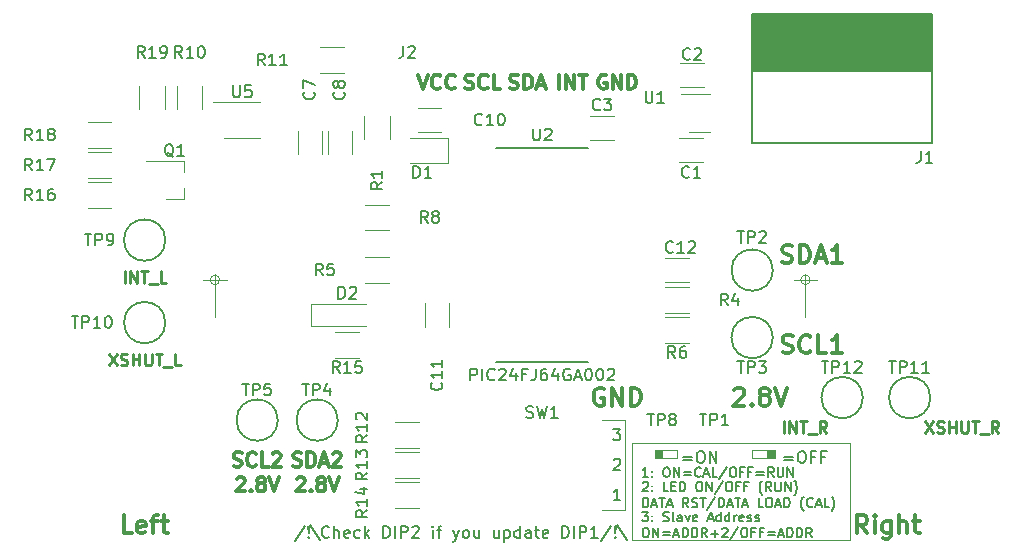
<source format=gbr>
G04 #@! TF.GenerationSoftware,KiCad,Pcbnew,(5.1.5)-2*
G04 #@! TF.CreationDate,2019-12-14T03:39:57+01:00*
G04 #@! TF.ProjectId,tof_sensor,746f665f-7365-46e7-936f-722e6b696361,rev?*
G04 #@! TF.SameCoordinates,Original*
G04 #@! TF.FileFunction,Legend,Top*
G04 #@! TF.FilePolarity,Positive*
%FSLAX46Y46*%
G04 Gerber Fmt 4.6, Leading zero omitted, Abs format (unit mm)*
G04 Created by KiCad (PCBNEW (5.1.5)-2) date 2019-12-14 03:39:57*
%MOMM*%
%LPD*%
G04 APERTURE LIST*
%ADD10C,0.150000*%
%ADD11C,0.120000*%
%ADD12C,0.100000*%
%ADD13C,0.300000*%
%ADD14C,0.250000*%
%ADD15C,0.152400*%
G04 APERTURE END LIST*
D10*
X164676785Y-103026904D02*
X165172023Y-103026904D01*
X164905357Y-103331666D01*
X165019642Y-103331666D01*
X165095833Y-103369761D01*
X165133928Y-103407857D01*
X165172023Y-103484047D01*
X165172023Y-103674523D01*
X165133928Y-103750714D01*
X165095833Y-103788809D01*
X165019642Y-103826904D01*
X164791071Y-103826904D01*
X164714880Y-103788809D01*
X164676785Y-103750714D01*
X165514880Y-103750714D02*
X165552976Y-103788809D01*
X165514880Y-103826904D01*
X165476785Y-103788809D01*
X165514880Y-103750714D01*
X165514880Y-103826904D01*
X165514880Y-103331666D02*
X165552976Y-103369761D01*
X165514880Y-103407857D01*
X165476785Y-103369761D01*
X165514880Y-103331666D01*
X165514880Y-103407857D01*
X166467261Y-103788809D02*
X166581547Y-103826904D01*
X166772023Y-103826904D01*
X166848214Y-103788809D01*
X166886309Y-103750714D01*
X166924404Y-103674523D01*
X166924404Y-103598333D01*
X166886309Y-103522142D01*
X166848214Y-103484047D01*
X166772023Y-103445952D01*
X166619642Y-103407857D01*
X166543452Y-103369761D01*
X166505357Y-103331666D01*
X166467261Y-103255476D01*
X166467261Y-103179285D01*
X166505357Y-103103095D01*
X166543452Y-103065000D01*
X166619642Y-103026904D01*
X166810119Y-103026904D01*
X166924404Y-103065000D01*
X167381547Y-103826904D02*
X167305357Y-103788809D01*
X167267261Y-103712619D01*
X167267261Y-103026904D01*
X168029166Y-103826904D02*
X168029166Y-103407857D01*
X167991071Y-103331666D01*
X167914880Y-103293571D01*
X167762500Y-103293571D01*
X167686309Y-103331666D01*
X168029166Y-103788809D02*
X167952976Y-103826904D01*
X167762500Y-103826904D01*
X167686309Y-103788809D01*
X167648214Y-103712619D01*
X167648214Y-103636428D01*
X167686309Y-103560238D01*
X167762500Y-103522142D01*
X167952976Y-103522142D01*
X168029166Y-103484047D01*
X168333928Y-103293571D02*
X168524404Y-103826904D01*
X168714880Y-103293571D01*
X169324404Y-103788809D02*
X169248214Y-103826904D01*
X169095833Y-103826904D01*
X169019642Y-103788809D01*
X168981547Y-103712619D01*
X168981547Y-103407857D01*
X169019642Y-103331666D01*
X169095833Y-103293571D01*
X169248214Y-103293571D01*
X169324404Y-103331666D01*
X169362500Y-103407857D01*
X169362500Y-103484047D01*
X168981547Y-103560238D01*
X170276785Y-103598333D02*
X170657738Y-103598333D01*
X170200595Y-103826904D02*
X170467261Y-103026904D01*
X170733928Y-103826904D01*
X171343452Y-103826904D02*
X171343452Y-103026904D01*
X171343452Y-103788809D02*
X171267261Y-103826904D01*
X171114880Y-103826904D01*
X171038690Y-103788809D01*
X171000595Y-103750714D01*
X170962500Y-103674523D01*
X170962500Y-103445952D01*
X171000595Y-103369761D01*
X171038690Y-103331666D01*
X171114880Y-103293571D01*
X171267261Y-103293571D01*
X171343452Y-103331666D01*
X172067261Y-103826904D02*
X172067261Y-103026904D01*
X172067261Y-103788809D02*
X171991071Y-103826904D01*
X171838690Y-103826904D01*
X171762500Y-103788809D01*
X171724404Y-103750714D01*
X171686309Y-103674523D01*
X171686309Y-103445952D01*
X171724404Y-103369761D01*
X171762500Y-103331666D01*
X171838690Y-103293571D01*
X171991071Y-103293571D01*
X172067261Y-103331666D01*
X172448214Y-103826904D02*
X172448214Y-103293571D01*
X172448214Y-103445952D02*
X172486309Y-103369761D01*
X172524404Y-103331666D01*
X172600595Y-103293571D01*
X172676785Y-103293571D01*
X173248214Y-103788809D02*
X173172023Y-103826904D01*
X173019642Y-103826904D01*
X172943452Y-103788809D01*
X172905357Y-103712619D01*
X172905357Y-103407857D01*
X172943452Y-103331666D01*
X173019642Y-103293571D01*
X173172023Y-103293571D01*
X173248214Y-103331666D01*
X173286309Y-103407857D01*
X173286309Y-103484047D01*
X172905357Y-103560238D01*
X173591071Y-103788809D02*
X173667261Y-103826904D01*
X173819642Y-103826904D01*
X173895833Y-103788809D01*
X173933928Y-103712619D01*
X173933928Y-103674523D01*
X173895833Y-103598333D01*
X173819642Y-103560238D01*
X173705357Y-103560238D01*
X173629166Y-103522142D01*
X173591071Y-103445952D01*
X173591071Y-103407857D01*
X173629166Y-103331666D01*
X173705357Y-103293571D01*
X173819642Y-103293571D01*
X173895833Y-103331666D01*
X174238690Y-103788809D02*
X174314880Y-103826904D01*
X174467261Y-103826904D01*
X174543452Y-103788809D01*
X174581547Y-103712619D01*
X174581547Y-103674523D01*
X174543452Y-103598333D01*
X174467261Y-103560238D01*
X174352976Y-103560238D01*
X174276785Y-103522142D01*
X174238690Y-103445952D01*
X174238690Y-103407857D01*
X174276785Y-103331666D01*
X174352976Y-103293571D01*
X174467261Y-103293571D01*
X174543452Y-103331666D01*
X164905357Y-104376904D02*
X165057738Y-104376904D01*
X165133928Y-104415000D01*
X165210119Y-104491190D01*
X165248214Y-104643571D01*
X165248214Y-104910238D01*
X165210119Y-105062619D01*
X165133928Y-105138809D01*
X165057738Y-105176904D01*
X164905357Y-105176904D01*
X164829166Y-105138809D01*
X164752976Y-105062619D01*
X164714880Y-104910238D01*
X164714880Y-104643571D01*
X164752976Y-104491190D01*
X164829166Y-104415000D01*
X164905357Y-104376904D01*
X165591071Y-105176904D02*
X165591071Y-104376904D01*
X166048214Y-105176904D01*
X166048214Y-104376904D01*
X166429166Y-104757857D02*
X167038690Y-104757857D01*
X167038690Y-104986428D02*
X166429166Y-104986428D01*
X167381547Y-104948333D02*
X167762500Y-104948333D01*
X167305357Y-105176904D02*
X167572023Y-104376904D01*
X167838690Y-105176904D01*
X168105357Y-105176904D02*
X168105357Y-104376904D01*
X168295833Y-104376904D01*
X168410119Y-104415000D01*
X168486309Y-104491190D01*
X168524404Y-104567380D01*
X168562500Y-104719761D01*
X168562500Y-104834047D01*
X168524404Y-104986428D01*
X168486309Y-105062619D01*
X168410119Y-105138809D01*
X168295833Y-105176904D01*
X168105357Y-105176904D01*
X168905357Y-105176904D02*
X168905357Y-104376904D01*
X169095833Y-104376904D01*
X169210119Y-104415000D01*
X169286309Y-104491190D01*
X169324404Y-104567380D01*
X169362500Y-104719761D01*
X169362500Y-104834047D01*
X169324404Y-104986428D01*
X169286309Y-105062619D01*
X169210119Y-105138809D01*
X169095833Y-105176904D01*
X168905357Y-105176904D01*
X170162500Y-105176904D02*
X169895833Y-104795952D01*
X169705357Y-105176904D02*
X169705357Y-104376904D01*
X170010119Y-104376904D01*
X170086309Y-104415000D01*
X170124404Y-104453095D01*
X170162500Y-104529285D01*
X170162500Y-104643571D01*
X170124404Y-104719761D01*
X170086309Y-104757857D01*
X170010119Y-104795952D01*
X169705357Y-104795952D01*
X170505357Y-104872142D02*
X171114880Y-104872142D01*
X170810119Y-105176904D02*
X170810119Y-104567380D01*
X171457738Y-104453095D02*
X171495833Y-104415000D01*
X171572023Y-104376904D01*
X171762500Y-104376904D01*
X171838690Y-104415000D01*
X171876785Y-104453095D01*
X171914880Y-104529285D01*
X171914880Y-104605476D01*
X171876785Y-104719761D01*
X171419642Y-105176904D01*
X171914880Y-105176904D01*
X172829166Y-104338809D02*
X172143452Y-105367380D01*
X173248214Y-104376904D02*
X173400595Y-104376904D01*
X173476785Y-104415000D01*
X173552976Y-104491190D01*
X173591071Y-104643571D01*
X173591071Y-104910238D01*
X173552976Y-105062619D01*
X173476785Y-105138809D01*
X173400595Y-105176904D01*
X173248214Y-105176904D01*
X173172023Y-105138809D01*
X173095833Y-105062619D01*
X173057738Y-104910238D01*
X173057738Y-104643571D01*
X173095833Y-104491190D01*
X173172023Y-104415000D01*
X173248214Y-104376904D01*
X174200595Y-104757857D02*
X173933928Y-104757857D01*
X173933928Y-105176904D02*
X173933928Y-104376904D01*
X174314880Y-104376904D01*
X174886309Y-104757857D02*
X174619642Y-104757857D01*
X174619642Y-105176904D02*
X174619642Y-104376904D01*
X175000595Y-104376904D01*
X175305357Y-104757857D02*
X175914880Y-104757857D01*
X175914880Y-104986428D02*
X175305357Y-104986428D01*
X176257738Y-104948333D02*
X176638690Y-104948333D01*
X176181547Y-105176904D02*
X176448214Y-104376904D01*
X176714880Y-105176904D01*
X176981547Y-105176904D02*
X176981547Y-104376904D01*
X177172023Y-104376904D01*
X177286309Y-104415000D01*
X177362500Y-104491190D01*
X177400595Y-104567380D01*
X177438690Y-104719761D01*
X177438690Y-104834047D01*
X177400595Y-104986428D01*
X177362500Y-105062619D01*
X177286309Y-105138809D01*
X177172023Y-105176904D01*
X176981547Y-105176904D01*
X177781547Y-105176904D02*
X177781547Y-104376904D01*
X177972023Y-104376904D01*
X178086309Y-104415000D01*
X178162500Y-104491190D01*
X178200595Y-104567380D01*
X178238690Y-104719761D01*
X178238690Y-104834047D01*
X178200595Y-104986428D01*
X178162500Y-105062619D01*
X178086309Y-105138809D01*
X177972023Y-105176904D01*
X177781547Y-105176904D01*
X179038690Y-105176904D02*
X178772023Y-104795952D01*
X178581547Y-105176904D02*
X178581547Y-104376904D01*
X178886309Y-104376904D01*
X178962500Y-104415000D01*
X179000595Y-104453095D01*
X179038690Y-104529285D01*
X179038690Y-104643571D01*
X179000595Y-104719761D01*
X178962500Y-104757857D01*
X178886309Y-104795952D01*
X178581547Y-104795952D01*
X164714880Y-100563095D02*
X164752976Y-100525000D01*
X164829166Y-100486904D01*
X165019642Y-100486904D01*
X165095833Y-100525000D01*
X165133928Y-100563095D01*
X165172023Y-100639285D01*
X165172023Y-100715476D01*
X165133928Y-100829761D01*
X164676785Y-101286904D01*
X165172023Y-101286904D01*
X165514880Y-101210714D02*
X165552976Y-101248809D01*
X165514880Y-101286904D01*
X165476785Y-101248809D01*
X165514880Y-101210714D01*
X165514880Y-101286904D01*
X165514880Y-100791666D02*
X165552976Y-100829761D01*
X165514880Y-100867857D01*
X165476785Y-100829761D01*
X165514880Y-100791666D01*
X165514880Y-100867857D01*
X166886309Y-101286904D02*
X166505357Y-101286904D01*
X166505357Y-100486904D01*
X167152976Y-100867857D02*
X167419642Y-100867857D01*
X167533928Y-101286904D02*
X167152976Y-101286904D01*
X167152976Y-100486904D01*
X167533928Y-100486904D01*
X167876785Y-101286904D02*
X167876785Y-100486904D01*
X168067261Y-100486904D01*
X168181547Y-100525000D01*
X168257738Y-100601190D01*
X168295833Y-100677380D01*
X168333928Y-100829761D01*
X168333928Y-100944047D01*
X168295833Y-101096428D01*
X168257738Y-101172619D01*
X168181547Y-101248809D01*
X168067261Y-101286904D01*
X167876785Y-101286904D01*
X169438690Y-100486904D02*
X169591071Y-100486904D01*
X169667261Y-100525000D01*
X169743452Y-100601190D01*
X169781547Y-100753571D01*
X169781547Y-101020238D01*
X169743452Y-101172619D01*
X169667261Y-101248809D01*
X169591071Y-101286904D01*
X169438690Y-101286904D01*
X169362500Y-101248809D01*
X169286309Y-101172619D01*
X169248214Y-101020238D01*
X169248214Y-100753571D01*
X169286309Y-100601190D01*
X169362500Y-100525000D01*
X169438690Y-100486904D01*
X170124404Y-101286904D02*
X170124404Y-100486904D01*
X170581547Y-101286904D01*
X170581547Y-100486904D01*
X171533928Y-100448809D02*
X170848214Y-101477380D01*
X171952976Y-100486904D02*
X172105357Y-100486904D01*
X172181547Y-100525000D01*
X172257738Y-100601190D01*
X172295833Y-100753571D01*
X172295833Y-101020238D01*
X172257738Y-101172619D01*
X172181547Y-101248809D01*
X172105357Y-101286904D01*
X171952976Y-101286904D01*
X171876785Y-101248809D01*
X171800595Y-101172619D01*
X171762500Y-101020238D01*
X171762500Y-100753571D01*
X171800595Y-100601190D01*
X171876785Y-100525000D01*
X171952976Y-100486904D01*
X172905357Y-100867857D02*
X172638690Y-100867857D01*
X172638690Y-101286904D02*
X172638690Y-100486904D01*
X173019642Y-100486904D01*
X173591071Y-100867857D02*
X173324404Y-100867857D01*
X173324404Y-101286904D02*
X173324404Y-100486904D01*
X173705357Y-100486904D01*
X174848214Y-101591666D02*
X174810119Y-101553571D01*
X174733928Y-101439285D01*
X174695833Y-101363095D01*
X174657738Y-101248809D01*
X174619642Y-101058333D01*
X174619642Y-100905952D01*
X174657738Y-100715476D01*
X174695833Y-100601190D01*
X174733928Y-100525000D01*
X174810119Y-100410714D01*
X174848214Y-100372619D01*
X175610119Y-101286904D02*
X175343452Y-100905952D01*
X175152976Y-101286904D02*
X175152976Y-100486904D01*
X175457738Y-100486904D01*
X175533928Y-100525000D01*
X175572023Y-100563095D01*
X175610119Y-100639285D01*
X175610119Y-100753571D01*
X175572023Y-100829761D01*
X175533928Y-100867857D01*
X175457738Y-100905952D01*
X175152976Y-100905952D01*
X175952976Y-100486904D02*
X175952976Y-101134523D01*
X175991071Y-101210714D01*
X176029166Y-101248809D01*
X176105357Y-101286904D01*
X176257738Y-101286904D01*
X176333928Y-101248809D01*
X176372023Y-101210714D01*
X176410119Y-101134523D01*
X176410119Y-100486904D01*
X176791071Y-101286904D02*
X176791071Y-100486904D01*
X177248214Y-101286904D01*
X177248214Y-100486904D01*
X177552976Y-101591666D02*
X177591071Y-101553571D01*
X177667261Y-101439285D01*
X177705357Y-101363095D01*
X177743452Y-101248809D01*
X177781547Y-101058333D01*
X177781547Y-100905952D01*
X177743452Y-100715476D01*
X177705357Y-100601190D01*
X177667261Y-100525000D01*
X177591071Y-100410714D01*
X177552976Y-100372619D01*
X164752976Y-102636904D02*
X164752976Y-101836904D01*
X164943452Y-101836904D01*
X165057738Y-101875000D01*
X165133928Y-101951190D01*
X165172023Y-102027380D01*
X165210119Y-102179761D01*
X165210119Y-102294047D01*
X165172023Y-102446428D01*
X165133928Y-102522619D01*
X165057738Y-102598809D01*
X164943452Y-102636904D01*
X164752976Y-102636904D01*
X165514880Y-102408333D02*
X165895833Y-102408333D01*
X165438690Y-102636904D02*
X165705357Y-101836904D01*
X165972023Y-102636904D01*
X166124404Y-101836904D02*
X166581547Y-101836904D01*
X166352976Y-102636904D02*
X166352976Y-101836904D01*
X166810119Y-102408333D02*
X167191071Y-102408333D01*
X166733928Y-102636904D02*
X167000595Y-101836904D01*
X167267261Y-102636904D01*
X168600595Y-102636904D02*
X168333928Y-102255952D01*
X168143452Y-102636904D02*
X168143452Y-101836904D01*
X168448214Y-101836904D01*
X168524404Y-101875000D01*
X168562500Y-101913095D01*
X168600595Y-101989285D01*
X168600595Y-102103571D01*
X168562500Y-102179761D01*
X168524404Y-102217857D01*
X168448214Y-102255952D01*
X168143452Y-102255952D01*
X168905357Y-102598809D02*
X169019642Y-102636904D01*
X169210119Y-102636904D01*
X169286309Y-102598809D01*
X169324404Y-102560714D01*
X169362500Y-102484523D01*
X169362500Y-102408333D01*
X169324404Y-102332142D01*
X169286309Y-102294047D01*
X169210119Y-102255952D01*
X169057738Y-102217857D01*
X168981547Y-102179761D01*
X168943452Y-102141666D01*
X168905357Y-102065476D01*
X168905357Y-101989285D01*
X168943452Y-101913095D01*
X168981547Y-101875000D01*
X169057738Y-101836904D01*
X169248214Y-101836904D01*
X169362500Y-101875000D01*
X169591071Y-101836904D02*
X170048214Y-101836904D01*
X169819642Y-102636904D02*
X169819642Y-101836904D01*
X170886309Y-101798809D02*
X170200595Y-102827380D01*
X171152976Y-102636904D02*
X171152976Y-101836904D01*
X171343452Y-101836904D01*
X171457738Y-101875000D01*
X171533928Y-101951190D01*
X171572023Y-102027380D01*
X171610119Y-102179761D01*
X171610119Y-102294047D01*
X171572023Y-102446428D01*
X171533928Y-102522619D01*
X171457738Y-102598809D01*
X171343452Y-102636904D01*
X171152976Y-102636904D01*
X171914880Y-102408333D02*
X172295833Y-102408333D01*
X171838690Y-102636904D02*
X172105357Y-101836904D01*
X172372023Y-102636904D01*
X172524404Y-101836904D02*
X172981547Y-101836904D01*
X172752976Y-102636904D02*
X172752976Y-101836904D01*
X173210119Y-102408333D02*
X173591071Y-102408333D01*
X173133928Y-102636904D02*
X173400595Y-101836904D01*
X173667261Y-102636904D01*
X174924404Y-102636904D02*
X174543452Y-102636904D01*
X174543452Y-101836904D01*
X175343452Y-101836904D02*
X175495833Y-101836904D01*
X175572023Y-101875000D01*
X175648214Y-101951190D01*
X175686309Y-102103571D01*
X175686309Y-102370238D01*
X175648214Y-102522619D01*
X175572023Y-102598809D01*
X175495833Y-102636904D01*
X175343452Y-102636904D01*
X175267261Y-102598809D01*
X175191071Y-102522619D01*
X175152976Y-102370238D01*
X175152976Y-102103571D01*
X175191071Y-101951190D01*
X175267261Y-101875000D01*
X175343452Y-101836904D01*
X175991071Y-102408333D02*
X176372023Y-102408333D01*
X175914880Y-102636904D02*
X176181547Y-101836904D01*
X176448214Y-102636904D01*
X176714880Y-102636904D02*
X176714880Y-101836904D01*
X176905357Y-101836904D01*
X177019642Y-101875000D01*
X177095833Y-101951190D01*
X177133928Y-102027380D01*
X177172023Y-102179761D01*
X177172023Y-102294047D01*
X177133928Y-102446428D01*
X177095833Y-102522619D01*
X177019642Y-102598809D01*
X176905357Y-102636904D01*
X176714880Y-102636904D01*
X178352976Y-102941666D02*
X178314880Y-102903571D01*
X178238690Y-102789285D01*
X178200595Y-102713095D01*
X178162500Y-102598809D01*
X178124404Y-102408333D01*
X178124404Y-102255952D01*
X178162500Y-102065476D01*
X178200595Y-101951190D01*
X178238690Y-101875000D01*
X178314880Y-101760714D01*
X178352976Y-101722619D01*
X179114880Y-102560714D02*
X179076785Y-102598809D01*
X178962500Y-102636904D01*
X178886309Y-102636904D01*
X178772023Y-102598809D01*
X178695833Y-102522619D01*
X178657738Y-102446428D01*
X178619642Y-102294047D01*
X178619642Y-102179761D01*
X178657738Y-102027380D01*
X178695833Y-101951190D01*
X178772023Y-101875000D01*
X178886309Y-101836904D01*
X178962500Y-101836904D01*
X179076785Y-101875000D01*
X179114880Y-101913095D01*
X179419642Y-102408333D02*
X179800595Y-102408333D01*
X179343452Y-102636904D02*
X179610119Y-101836904D01*
X179876785Y-102636904D01*
X180524404Y-102636904D02*
X180143452Y-102636904D01*
X180143452Y-101836904D01*
X180714880Y-102941666D02*
X180752976Y-102903571D01*
X180829166Y-102789285D01*
X180867261Y-102713095D01*
X180905357Y-102598809D01*
X180943452Y-102408333D01*
X180943452Y-102255952D01*
X180905357Y-102065476D01*
X180867261Y-101951190D01*
X180829166Y-101875000D01*
X180752976Y-101760714D01*
X180714880Y-101722619D01*
X165172023Y-100056904D02*
X164714880Y-100056904D01*
X164943452Y-100056904D02*
X164943452Y-99256904D01*
X164867261Y-99371190D01*
X164791071Y-99447380D01*
X164714880Y-99485476D01*
X165514880Y-99980714D02*
X165552976Y-100018809D01*
X165514880Y-100056904D01*
X165476785Y-100018809D01*
X165514880Y-99980714D01*
X165514880Y-100056904D01*
X165514880Y-99561666D02*
X165552976Y-99599761D01*
X165514880Y-99637857D01*
X165476785Y-99599761D01*
X165514880Y-99561666D01*
X165514880Y-99637857D01*
X166657738Y-99256904D02*
X166810119Y-99256904D01*
X166886309Y-99295000D01*
X166962500Y-99371190D01*
X167000595Y-99523571D01*
X167000595Y-99790238D01*
X166962500Y-99942619D01*
X166886309Y-100018809D01*
X166810119Y-100056904D01*
X166657738Y-100056904D01*
X166581547Y-100018809D01*
X166505357Y-99942619D01*
X166467261Y-99790238D01*
X166467261Y-99523571D01*
X166505357Y-99371190D01*
X166581547Y-99295000D01*
X166657738Y-99256904D01*
X167343452Y-100056904D02*
X167343452Y-99256904D01*
X167800595Y-100056904D01*
X167800595Y-99256904D01*
X168181547Y-99637857D02*
X168791071Y-99637857D01*
X168791071Y-99866428D02*
X168181547Y-99866428D01*
X169629166Y-99980714D02*
X169591071Y-100018809D01*
X169476785Y-100056904D01*
X169400595Y-100056904D01*
X169286309Y-100018809D01*
X169210119Y-99942619D01*
X169172023Y-99866428D01*
X169133928Y-99714047D01*
X169133928Y-99599761D01*
X169172023Y-99447380D01*
X169210119Y-99371190D01*
X169286309Y-99295000D01*
X169400595Y-99256904D01*
X169476785Y-99256904D01*
X169591071Y-99295000D01*
X169629166Y-99333095D01*
X169933928Y-99828333D02*
X170314880Y-99828333D01*
X169857738Y-100056904D02*
X170124404Y-99256904D01*
X170391071Y-100056904D01*
X171038690Y-100056904D02*
X170657738Y-100056904D01*
X170657738Y-99256904D01*
X171876785Y-99218809D02*
X171191071Y-100247380D01*
X172295833Y-99256904D02*
X172448214Y-99256904D01*
X172524404Y-99295000D01*
X172600595Y-99371190D01*
X172638690Y-99523571D01*
X172638690Y-99790238D01*
X172600595Y-99942619D01*
X172524404Y-100018809D01*
X172448214Y-100056904D01*
X172295833Y-100056904D01*
X172219642Y-100018809D01*
X172143452Y-99942619D01*
X172105357Y-99790238D01*
X172105357Y-99523571D01*
X172143452Y-99371190D01*
X172219642Y-99295000D01*
X172295833Y-99256904D01*
X173248214Y-99637857D02*
X172981547Y-99637857D01*
X172981547Y-100056904D02*
X172981547Y-99256904D01*
X173362500Y-99256904D01*
X173933928Y-99637857D02*
X173667261Y-99637857D01*
X173667261Y-100056904D02*
X173667261Y-99256904D01*
X174048214Y-99256904D01*
X174352976Y-99637857D02*
X174962500Y-99637857D01*
X174962500Y-99866428D02*
X174352976Y-99866428D01*
X175800595Y-100056904D02*
X175533928Y-99675952D01*
X175343452Y-100056904D02*
X175343452Y-99256904D01*
X175648214Y-99256904D01*
X175724404Y-99295000D01*
X175762500Y-99333095D01*
X175800595Y-99409285D01*
X175800595Y-99523571D01*
X175762500Y-99599761D01*
X175724404Y-99637857D01*
X175648214Y-99675952D01*
X175343452Y-99675952D01*
X176143452Y-99256904D02*
X176143452Y-99904523D01*
X176181547Y-99980714D01*
X176219642Y-100018809D01*
X176295833Y-100056904D01*
X176448214Y-100056904D01*
X176524404Y-100018809D01*
X176562500Y-99980714D01*
X176600595Y-99904523D01*
X176600595Y-99256904D01*
X176981547Y-100056904D02*
X176981547Y-99256904D01*
X177438690Y-100056904D01*
X177438690Y-99256904D01*
X176673095Y-98353571D02*
X177435000Y-98353571D01*
X177435000Y-98639285D02*
X176673095Y-98639285D01*
X178101666Y-97877380D02*
X178292142Y-97877380D01*
X178387380Y-97925000D01*
X178482619Y-98020238D01*
X178530238Y-98210714D01*
X178530238Y-98544047D01*
X178482619Y-98734523D01*
X178387380Y-98829761D01*
X178292142Y-98877380D01*
X178101666Y-98877380D01*
X178006428Y-98829761D01*
X177911190Y-98734523D01*
X177863571Y-98544047D01*
X177863571Y-98210714D01*
X177911190Y-98020238D01*
X178006428Y-97925000D01*
X178101666Y-97877380D01*
X179292142Y-98353571D02*
X178958809Y-98353571D01*
X178958809Y-98877380D02*
X178958809Y-97877380D01*
X179435000Y-97877380D01*
X180149285Y-98353571D02*
X179815952Y-98353571D01*
X179815952Y-98877380D02*
X179815952Y-97877380D01*
X180292142Y-97877380D01*
X168116428Y-98353571D02*
X168878333Y-98353571D01*
X168878333Y-98639285D02*
X168116428Y-98639285D01*
X169545000Y-97877380D02*
X169735476Y-97877380D01*
X169830714Y-97925000D01*
X169925952Y-98020238D01*
X169973571Y-98210714D01*
X169973571Y-98544047D01*
X169925952Y-98734523D01*
X169830714Y-98829761D01*
X169735476Y-98877380D01*
X169545000Y-98877380D01*
X169449761Y-98829761D01*
X169354523Y-98734523D01*
X169306904Y-98544047D01*
X169306904Y-98210714D01*
X169354523Y-98020238D01*
X169449761Y-97925000D01*
X169545000Y-97877380D01*
X170402142Y-98877380D02*
X170402142Y-97877380D01*
X170973571Y-98877380D01*
X170973571Y-97877380D01*
D11*
X173990000Y-97790000D02*
X175895000Y-97790000D01*
X175895000Y-98425000D02*
X173990000Y-98425000D01*
X175895000Y-97790000D02*
X175895000Y-98425000D01*
X173990000Y-98425000D02*
X173990000Y-97790000D01*
D12*
G36*
X175895000Y-98425000D02*
G01*
X175260000Y-98425000D01*
X175260000Y-97790000D01*
X175895000Y-97790000D01*
X175895000Y-98425000D01*
G37*
X175895000Y-98425000D02*
X175260000Y-98425000D01*
X175260000Y-97790000D01*
X175895000Y-97790000D01*
X175895000Y-98425000D01*
G36*
X166370000Y-98425000D02*
G01*
X165735000Y-98425000D01*
X165735000Y-97790000D01*
X166370000Y-97790000D01*
X166370000Y-98425000D01*
G37*
X166370000Y-98425000D02*
X165735000Y-98425000D01*
X165735000Y-97790000D01*
X166370000Y-97790000D01*
X166370000Y-98425000D01*
D11*
X165735000Y-98425000D02*
X165735000Y-97790000D01*
X167640000Y-98425000D02*
X165735000Y-98425000D01*
X167640000Y-97790000D02*
X167640000Y-98425000D01*
X165735000Y-97790000D02*
X167640000Y-97790000D01*
X182245000Y-97155000D02*
X182245000Y-105410000D01*
X163830000Y-97155000D02*
X182245000Y-97155000D01*
X163830000Y-105410000D02*
X163830000Y-97155000D01*
X182245000Y-105410000D02*
X163830000Y-105410000D01*
D10*
X136105952Y-104179761D02*
X135248809Y-105465476D01*
X136439285Y-105132142D02*
X136486904Y-105179761D01*
X136439285Y-105227380D01*
X136391666Y-105179761D01*
X136439285Y-105132142D01*
X136439285Y-105227380D01*
X136439285Y-104846428D02*
X136391666Y-104275000D01*
X136439285Y-104227380D01*
X136486904Y-104275000D01*
X136439285Y-104846428D01*
X136439285Y-104227380D01*
X136582142Y-104132142D02*
X137439285Y-105417857D01*
X138153571Y-105132142D02*
X138105952Y-105179761D01*
X137963095Y-105227380D01*
X137867857Y-105227380D01*
X137725000Y-105179761D01*
X137629761Y-105084523D01*
X137582142Y-104989285D01*
X137534523Y-104798809D01*
X137534523Y-104655952D01*
X137582142Y-104465476D01*
X137629761Y-104370238D01*
X137725000Y-104275000D01*
X137867857Y-104227380D01*
X137963095Y-104227380D01*
X138105952Y-104275000D01*
X138153571Y-104322619D01*
X138582142Y-105227380D02*
X138582142Y-104227380D01*
X139010714Y-105227380D02*
X139010714Y-104703571D01*
X138963095Y-104608333D01*
X138867857Y-104560714D01*
X138725000Y-104560714D01*
X138629761Y-104608333D01*
X138582142Y-104655952D01*
X139867857Y-105179761D02*
X139772619Y-105227380D01*
X139582142Y-105227380D01*
X139486904Y-105179761D01*
X139439285Y-105084523D01*
X139439285Y-104703571D01*
X139486904Y-104608333D01*
X139582142Y-104560714D01*
X139772619Y-104560714D01*
X139867857Y-104608333D01*
X139915476Y-104703571D01*
X139915476Y-104798809D01*
X139439285Y-104894047D01*
X140772619Y-105179761D02*
X140677380Y-105227380D01*
X140486904Y-105227380D01*
X140391666Y-105179761D01*
X140344047Y-105132142D01*
X140296428Y-105036904D01*
X140296428Y-104751190D01*
X140344047Y-104655952D01*
X140391666Y-104608333D01*
X140486904Y-104560714D01*
X140677380Y-104560714D01*
X140772619Y-104608333D01*
X141201190Y-105227380D02*
X141201190Y-104227380D01*
X141296428Y-104846428D02*
X141582142Y-105227380D01*
X141582142Y-104560714D02*
X141201190Y-104941666D01*
X142772619Y-105227380D02*
X142772619Y-104227380D01*
X143010714Y-104227380D01*
X143153571Y-104275000D01*
X143248809Y-104370238D01*
X143296428Y-104465476D01*
X143344047Y-104655952D01*
X143344047Y-104798809D01*
X143296428Y-104989285D01*
X143248809Y-105084523D01*
X143153571Y-105179761D01*
X143010714Y-105227380D01*
X142772619Y-105227380D01*
X143772619Y-105227380D02*
X143772619Y-104227380D01*
X144248809Y-105227380D02*
X144248809Y-104227380D01*
X144629761Y-104227380D01*
X144725000Y-104275000D01*
X144772619Y-104322619D01*
X144820238Y-104417857D01*
X144820238Y-104560714D01*
X144772619Y-104655952D01*
X144725000Y-104703571D01*
X144629761Y-104751190D01*
X144248809Y-104751190D01*
X145201190Y-104322619D02*
X145248809Y-104275000D01*
X145344047Y-104227380D01*
X145582142Y-104227380D01*
X145677380Y-104275000D01*
X145725000Y-104322619D01*
X145772619Y-104417857D01*
X145772619Y-104513095D01*
X145725000Y-104655952D01*
X145153571Y-105227380D01*
X145772619Y-105227380D01*
X146963095Y-105227380D02*
X146963095Y-104560714D01*
X146963095Y-104227380D02*
X146915476Y-104275000D01*
X146963095Y-104322619D01*
X147010714Y-104275000D01*
X146963095Y-104227380D01*
X146963095Y-104322619D01*
X147296428Y-104560714D02*
X147677380Y-104560714D01*
X147439285Y-105227380D02*
X147439285Y-104370238D01*
X147486904Y-104275000D01*
X147582142Y-104227380D01*
X147677380Y-104227380D01*
X148677380Y-104560714D02*
X148915476Y-105227380D01*
X149153571Y-104560714D02*
X148915476Y-105227380D01*
X148820238Y-105465476D01*
X148772619Y-105513095D01*
X148677380Y-105560714D01*
X149677380Y-105227380D02*
X149582142Y-105179761D01*
X149534523Y-105132142D01*
X149486904Y-105036904D01*
X149486904Y-104751190D01*
X149534523Y-104655952D01*
X149582142Y-104608333D01*
X149677380Y-104560714D01*
X149820238Y-104560714D01*
X149915476Y-104608333D01*
X149963095Y-104655952D01*
X150010714Y-104751190D01*
X150010714Y-105036904D01*
X149963095Y-105132142D01*
X149915476Y-105179761D01*
X149820238Y-105227380D01*
X149677380Y-105227380D01*
X150867857Y-104560714D02*
X150867857Y-105227380D01*
X150439285Y-104560714D02*
X150439285Y-105084523D01*
X150486904Y-105179761D01*
X150582142Y-105227380D01*
X150725000Y-105227380D01*
X150820238Y-105179761D01*
X150867857Y-105132142D01*
X152534523Y-104560714D02*
X152534523Y-105227380D01*
X152105952Y-104560714D02*
X152105952Y-105084523D01*
X152153571Y-105179761D01*
X152248809Y-105227380D01*
X152391666Y-105227380D01*
X152486904Y-105179761D01*
X152534523Y-105132142D01*
X153010714Y-104560714D02*
X153010714Y-105560714D01*
X153010714Y-104608333D02*
X153105952Y-104560714D01*
X153296428Y-104560714D01*
X153391666Y-104608333D01*
X153439285Y-104655952D01*
X153486904Y-104751190D01*
X153486904Y-105036904D01*
X153439285Y-105132142D01*
X153391666Y-105179761D01*
X153296428Y-105227380D01*
X153105952Y-105227380D01*
X153010714Y-105179761D01*
X154344047Y-105227380D02*
X154344047Y-104227380D01*
X154344047Y-105179761D02*
X154248809Y-105227380D01*
X154058333Y-105227380D01*
X153963095Y-105179761D01*
X153915476Y-105132142D01*
X153867857Y-105036904D01*
X153867857Y-104751190D01*
X153915476Y-104655952D01*
X153963095Y-104608333D01*
X154058333Y-104560714D01*
X154248809Y-104560714D01*
X154344047Y-104608333D01*
X155248809Y-105227380D02*
X155248809Y-104703571D01*
X155201190Y-104608333D01*
X155105952Y-104560714D01*
X154915476Y-104560714D01*
X154820238Y-104608333D01*
X155248809Y-105179761D02*
X155153571Y-105227380D01*
X154915476Y-105227380D01*
X154820238Y-105179761D01*
X154772619Y-105084523D01*
X154772619Y-104989285D01*
X154820238Y-104894047D01*
X154915476Y-104846428D01*
X155153571Y-104846428D01*
X155248809Y-104798809D01*
X155582142Y-104560714D02*
X155963095Y-104560714D01*
X155725000Y-104227380D02*
X155725000Y-105084523D01*
X155772619Y-105179761D01*
X155867857Y-105227380D01*
X155963095Y-105227380D01*
X156677380Y-105179761D02*
X156582142Y-105227380D01*
X156391666Y-105227380D01*
X156296428Y-105179761D01*
X156248809Y-105084523D01*
X156248809Y-104703571D01*
X156296428Y-104608333D01*
X156391666Y-104560714D01*
X156582142Y-104560714D01*
X156677380Y-104608333D01*
X156725000Y-104703571D01*
X156725000Y-104798809D01*
X156248809Y-104894047D01*
X157915476Y-105227380D02*
X157915476Y-104227380D01*
X158153571Y-104227380D01*
X158296428Y-104275000D01*
X158391666Y-104370238D01*
X158439285Y-104465476D01*
X158486904Y-104655952D01*
X158486904Y-104798809D01*
X158439285Y-104989285D01*
X158391666Y-105084523D01*
X158296428Y-105179761D01*
X158153571Y-105227380D01*
X157915476Y-105227380D01*
X158915476Y-105227380D02*
X158915476Y-104227380D01*
X159391666Y-105227380D02*
X159391666Y-104227380D01*
X159772619Y-104227380D01*
X159867857Y-104275000D01*
X159915476Y-104322619D01*
X159963095Y-104417857D01*
X159963095Y-104560714D01*
X159915476Y-104655952D01*
X159867857Y-104703571D01*
X159772619Y-104751190D01*
X159391666Y-104751190D01*
X160915476Y-105227380D02*
X160344047Y-105227380D01*
X160629761Y-105227380D02*
X160629761Y-104227380D01*
X160534523Y-104370238D01*
X160439285Y-104465476D01*
X160344047Y-104513095D01*
X162058333Y-104179761D02*
X161201190Y-105465476D01*
X162391666Y-105132142D02*
X162439285Y-105179761D01*
X162391666Y-105227380D01*
X162344047Y-105179761D01*
X162391666Y-105132142D01*
X162391666Y-105227380D01*
X162391666Y-104846428D02*
X162344047Y-104275000D01*
X162391666Y-104227380D01*
X162439285Y-104275000D01*
X162391666Y-104846428D01*
X162391666Y-104227380D01*
X162534523Y-104132142D02*
X163391666Y-105417857D01*
D11*
X163195000Y-102870000D02*
X161290000Y-102870000D01*
X163195000Y-95250000D02*
X163195000Y-102870000D01*
X161290000Y-95250000D02*
X163195000Y-95250000D01*
D10*
X162845714Y-102052380D02*
X162274285Y-102052380D01*
X162560000Y-102052380D02*
X162560000Y-101052380D01*
X162464761Y-101195238D01*
X162369523Y-101290476D01*
X162274285Y-101338095D01*
X162274285Y-98607619D02*
X162321904Y-98560000D01*
X162417142Y-98512380D01*
X162655238Y-98512380D01*
X162750476Y-98560000D01*
X162798095Y-98607619D01*
X162845714Y-98702857D01*
X162845714Y-98798095D01*
X162798095Y-98940952D01*
X162226666Y-99512380D01*
X162845714Y-99512380D01*
X162226666Y-95972380D02*
X162845714Y-95972380D01*
X162512380Y-96353333D01*
X162655238Y-96353333D01*
X162750476Y-96400952D01*
X162798095Y-96448571D01*
X162845714Y-96543809D01*
X162845714Y-96781904D01*
X162798095Y-96877142D01*
X162750476Y-96924761D01*
X162655238Y-96972380D01*
X162369523Y-96972380D01*
X162274285Y-96924761D01*
X162226666Y-96877142D01*
D13*
X183741428Y-104818571D02*
X183241428Y-104104285D01*
X182884285Y-104818571D02*
X182884285Y-103318571D01*
X183455714Y-103318571D01*
X183598571Y-103390000D01*
X183670000Y-103461428D01*
X183741428Y-103604285D01*
X183741428Y-103818571D01*
X183670000Y-103961428D01*
X183598571Y-104032857D01*
X183455714Y-104104285D01*
X182884285Y-104104285D01*
X184384285Y-104818571D02*
X184384285Y-103818571D01*
X184384285Y-103318571D02*
X184312857Y-103390000D01*
X184384285Y-103461428D01*
X184455714Y-103390000D01*
X184384285Y-103318571D01*
X184384285Y-103461428D01*
X185741428Y-103818571D02*
X185741428Y-105032857D01*
X185670000Y-105175714D01*
X185598571Y-105247142D01*
X185455714Y-105318571D01*
X185241428Y-105318571D01*
X185098571Y-105247142D01*
X185741428Y-104747142D02*
X185598571Y-104818571D01*
X185312857Y-104818571D01*
X185170000Y-104747142D01*
X185098571Y-104675714D01*
X185027142Y-104532857D01*
X185027142Y-104104285D01*
X185098571Y-103961428D01*
X185170000Y-103890000D01*
X185312857Y-103818571D01*
X185598571Y-103818571D01*
X185741428Y-103890000D01*
X186455714Y-104818571D02*
X186455714Y-103318571D01*
X187098571Y-104818571D02*
X187098571Y-104032857D01*
X187027142Y-103890000D01*
X186884285Y-103818571D01*
X186670000Y-103818571D01*
X186527142Y-103890000D01*
X186455714Y-103961428D01*
X187598571Y-103818571D02*
X188170000Y-103818571D01*
X187812857Y-103318571D02*
X187812857Y-104604285D01*
X187884285Y-104747142D01*
X188027142Y-104818571D01*
X188170000Y-104818571D01*
X121519285Y-104818571D02*
X120805000Y-104818571D01*
X120805000Y-103318571D01*
X122590714Y-104747142D02*
X122447857Y-104818571D01*
X122162142Y-104818571D01*
X122019285Y-104747142D01*
X121947857Y-104604285D01*
X121947857Y-104032857D01*
X122019285Y-103890000D01*
X122162142Y-103818571D01*
X122447857Y-103818571D01*
X122590714Y-103890000D01*
X122662142Y-104032857D01*
X122662142Y-104175714D01*
X121947857Y-104318571D01*
X123090714Y-103818571D02*
X123662142Y-103818571D01*
X123305000Y-104818571D02*
X123305000Y-103532857D01*
X123376428Y-103390000D01*
X123519285Y-103318571D01*
X123662142Y-103318571D01*
X123947857Y-103818571D02*
X124519285Y-103818571D01*
X124162142Y-103318571D02*
X124162142Y-104604285D01*
X124233571Y-104747142D01*
X124376428Y-104818571D01*
X124519285Y-104818571D01*
D14*
X120864523Y-83637380D02*
X120864523Y-82637380D01*
X121340714Y-83637380D02*
X121340714Y-82637380D01*
X121912142Y-83637380D01*
X121912142Y-82637380D01*
X122245476Y-82637380D02*
X122816904Y-82637380D01*
X122531190Y-83637380D02*
X122531190Y-82637380D01*
X122912142Y-83732619D02*
X123674047Y-83732619D01*
X124388333Y-83637380D02*
X123912142Y-83637380D01*
X123912142Y-82637380D01*
X119531190Y-89622380D02*
X120197857Y-90622380D01*
X120197857Y-89622380D02*
X119531190Y-90622380D01*
X120531190Y-90574761D02*
X120674047Y-90622380D01*
X120912142Y-90622380D01*
X121007380Y-90574761D01*
X121055000Y-90527142D01*
X121102619Y-90431904D01*
X121102619Y-90336666D01*
X121055000Y-90241428D01*
X121007380Y-90193809D01*
X120912142Y-90146190D01*
X120721666Y-90098571D01*
X120626428Y-90050952D01*
X120578809Y-90003333D01*
X120531190Y-89908095D01*
X120531190Y-89812857D01*
X120578809Y-89717619D01*
X120626428Y-89670000D01*
X120721666Y-89622380D01*
X120959761Y-89622380D01*
X121102619Y-89670000D01*
X121531190Y-90622380D02*
X121531190Y-89622380D01*
X121531190Y-90098571D02*
X122102619Y-90098571D01*
X122102619Y-90622380D02*
X122102619Y-89622380D01*
X122578809Y-89622380D02*
X122578809Y-90431904D01*
X122626428Y-90527142D01*
X122674047Y-90574761D01*
X122769285Y-90622380D01*
X122959761Y-90622380D01*
X123055000Y-90574761D01*
X123102619Y-90527142D01*
X123150238Y-90431904D01*
X123150238Y-89622380D01*
X123483571Y-89622380D02*
X124055000Y-89622380D01*
X123769285Y-90622380D02*
X123769285Y-89622380D01*
X124150238Y-90717619D02*
X124912142Y-90717619D01*
X125626428Y-90622380D02*
X125150238Y-90622380D01*
X125150238Y-89622380D01*
D13*
X135131428Y-99130714D02*
X135302857Y-99187857D01*
X135588571Y-99187857D01*
X135702857Y-99130714D01*
X135760000Y-99073571D01*
X135817142Y-98959285D01*
X135817142Y-98845000D01*
X135760000Y-98730714D01*
X135702857Y-98673571D01*
X135588571Y-98616428D01*
X135360000Y-98559285D01*
X135245714Y-98502142D01*
X135188571Y-98445000D01*
X135131428Y-98330714D01*
X135131428Y-98216428D01*
X135188571Y-98102142D01*
X135245714Y-98045000D01*
X135360000Y-97987857D01*
X135645714Y-97987857D01*
X135817142Y-98045000D01*
X136331428Y-99187857D02*
X136331428Y-97987857D01*
X136617142Y-97987857D01*
X136788571Y-98045000D01*
X136902857Y-98159285D01*
X136960000Y-98273571D01*
X137017142Y-98502142D01*
X137017142Y-98673571D01*
X136960000Y-98902142D01*
X136902857Y-99016428D01*
X136788571Y-99130714D01*
X136617142Y-99187857D01*
X136331428Y-99187857D01*
X137474285Y-98845000D02*
X138045714Y-98845000D01*
X137360000Y-99187857D02*
X137760000Y-97987857D01*
X138160000Y-99187857D01*
X138502857Y-98102142D02*
X138560000Y-98045000D01*
X138674285Y-97987857D01*
X138960000Y-97987857D01*
X139074285Y-98045000D01*
X139131428Y-98102142D01*
X139188571Y-98216428D01*
X139188571Y-98330714D01*
X139131428Y-98502142D01*
X138445714Y-99187857D01*
X139188571Y-99187857D01*
X135445714Y-100202142D02*
X135502857Y-100145000D01*
X135617142Y-100087857D01*
X135902857Y-100087857D01*
X136017142Y-100145000D01*
X136074285Y-100202142D01*
X136131428Y-100316428D01*
X136131428Y-100430714D01*
X136074285Y-100602142D01*
X135388571Y-101287857D01*
X136131428Y-101287857D01*
X136645714Y-101173571D02*
X136702857Y-101230714D01*
X136645714Y-101287857D01*
X136588571Y-101230714D01*
X136645714Y-101173571D01*
X136645714Y-101287857D01*
X137388571Y-100602142D02*
X137274285Y-100545000D01*
X137217142Y-100487857D01*
X137160000Y-100373571D01*
X137160000Y-100316428D01*
X137217142Y-100202142D01*
X137274285Y-100145000D01*
X137388571Y-100087857D01*
X137617142Y-100087857D01*
X137731428Y-100145000D01*
X137788571Y-100202142D01*
X137845714Y-100316428D01*
X137845714Y-100373571D01*
X137788571Y-100487857D01*
X137731428Y-100545000D01*
X137617142Y-100602142D01*
X137388571Y-100602142D01*
X137274285Y-100659285D01*
X137217142Y-100716428D01*
X137160000Y-100830714D01*
X137160000Y-101059285D01*
X137217142Y-101173571D01*
X137274285Y-101230714D01*
X137388571Y-101287857D01*
X137617142Y-101287857D01*
X137731428Y-101230714D01*
X137788571Y-101173571D01*
X137845714Y-101059285D01*
X137845714Y-100830714D01*
X137788571Y-100716428D01*
X137731428Y-100659285D01*
X137617142Y-100602142D01*
X138188571Y-100087857D02*
X138588571Y-101287857D01*
X138988571Y-100087857D01*
X130080000Y-99130714D02*
X130251428Y-99187857D01*
X130537142Y-99187857D01*
X130651428Y-99130714D01*
X130708571Y-99073571D01*
X130765714Y-98959285D01*
X130765714Y-98845000D01*
X130708571Y-98730714D01*
X130651428Y-98673571D01*
X130537142Y-98616428D01*
X130308571Y-98559285D01*
X130194285Y-98502142D01*
X130137142Y-98445000D01*
X130080000Y-98330714D01*
X130080000Y-98216428D01*
X130137142Y-98102142D01*
X130194285Y-98045000D01*
X130308571Y-97987857D01*
X130594285Y-97987857D01*
X130765714Y-98045000D01*
X131965714Y-99073571D02*
X131908571Y-99130714D01*
X131737142Y-99187857D01*
X131622857Y-99187857D01*
X131451428Y-99130714D01*
X131337142Y-99016428D01*
X131280000Y-98902142D01*
X131222857Y-98673571D01*
X131222857Y-98502142D01*
X131280000Y-98273571D01*
X131337142Y-98159285D01*
X131451428Y-98045000D01*
X131622857Y-97987857D01*
X131737142Y-97987857D01*
X131908571Y-98045000D01*
X131965714Y-98102142D01*
X133051428Y-99187857D02*
X132480000Y-99187857D01*
X132480000Y-97987857D01*
X133394285Y-98102142D02*
X133451428Y-98045000D01*
X133565714Y-97987857D01*
X133851428Y-97987857D01*
X133965714Y-98045000D01*
X134022857Y-98102142D01*
X134080000Y-98216428D01*
X134080000Y-98330714D01*
X134022857Y-98502142D01*
X133337142Y-99187857D01*
X134080000Y-99187857D01*
X130365714Y-100202142D02*
X130422857Y-100145000D01*
X130537142Y-100087857D01*
X130822857Y-100087857D01*
X130937142Y-100145000D01*
X130994285Y-100202142D01*
X131051428Y-100316428D01*
X131051428Y-100430714D01*
X130994285Y-100602142D01*
X130308571Y-101287857D01*
X131051428Y-101287857D01*
X131565714Y-101173571D02*
X131622857Y-101230714D01*
X131565714Y-101287857D01*
X131508571Y-101230714D01*
X131565714Y-101173571D01*
X131565714Y-101287857D01*
X132308571Y-100602142D02*
X132194285Y-100545000D01*
X132137142Y-100487857D01*
X132080000Y-100373571D01*
X132080000Y-100316428D01*
X132137142Y-100202142D01*
X132194285Y-100145000D01*
X132308571Y-100087857D01*
X132537142Y-100087857D01*
X132651428Y-100145000D01*
X132708571Y-100202142D01*
X132765714Y-100316428D01*
X132765714Y-100373571D01*
X132708571Y-100487857D01*
X132651428Y-100545000D01*
X132537142Y-100602142D01*
X132308571Y-100602142D01*
X132194285Y-100659285D01*
X132137142Y-100716428D01*
X132080000Y-100830714D01*
X132080000Y-101059285D01*
X132137142Y-101173571D01*
X132194285Y-101230714D01*
X132308571Y-101287857D01*
X132537142Y-101287857D01*
X132651428Y-101230714D01*
X132708571Y-101173571D01*
X132765714Y-101059285D01*
X132765714Y-100830714D01*
X132708571Y-100716428D01*
X132651428Y-100659285D01*
X132537142Y-100602142D01*
X133108571Y-100087857D02*
X133508571Y-101287857D01*
X133908571Y-100087857D01*
X161645714Y-66075000D02*
X161531428Y-66017857D01*
X161360000Y-66017857D01*
X161188571Y-66075000D01*
X161074285Y-66189285D01*
X161017142Y-66303571D01*
X160960000Y-66532142D01*
X160960000Y-66703571D01*
X161017142Y-66932142D01*
X161074285Y-67046428D01*
X161188571Y-67160714D01*
X161360000Y-67217857D01*
X161474285Y-67217857D01*
X161645714Y-67160714D01*
X161702857Y-67103571D01*
X161702857Y-66703571D01*
X161474285Y-66703571D01*
X162217142Y-67217857D02*
X162217142Y-66017857D01*
X162902857Y-67217857D01*
X162902857Y-66017857D01*
X163474285Y-67217857D02*
X163474285Y-66017857D01*
X163760000Y-66017857D01*
X163931428Y-66075000D01*
X164045714Y-66189285D01*
X164102857Y-66303571D01*
X164160000Y-66532142D01*
X164160000Y-66703571D01*
X164102857Y-66932142D01*
X164045714Y-67046428D01*
X163931428Y-67160714D01*
X163760000Y-67217857D01*
X163474285Y-67217857D01*
X157664285Y-67217857D02*
X157664285Y-66017857D01*
X158235714Y-67217857D02*
X158235714Y-66017857D01*
X158921428Y-67217857D01*
X158921428Y-66017857D01*
X159321428Y-66017857D02*
X160007142Y-66017857D01*
X159664285Y-67217857D02*
X159664285Y-66017857D01*
X153482857Y-67160714D02*
X153654285Y-67217857D01*
X153940000Y-67217857D01*
X154054285Y-67160714D01*
X154111428Y-67103571D01*
X154168571Y-66989285D01*
X154168571Y-66875000D01*
X154111428Y-66760714D01*
X154054285Y-66703571D01*
X153940000Y-66646428D01*
X153711428Y-66589285D01*
X153597142Y-66532142D01*
X153540000Y-66475000D01*
X153482857Y-66360714D01*
X153482857Y-66246428D01*
X153540000Y-66132142D01*
X153597142Y-66075000D01*
X153711428Y-66017857D01*
X153997142Y-66017857D01*
X154168571Y-66075000D01*
X154682857Y-67217857D02*
X154682857Y-66017857D01*
X154968571Y-66017857D01*
X155140000Y-66075000D01*
X155254285Y-66189285D01*
X155311428Y-66303571D01*
X155368571Y-66532142D01*
X155368571Y-66703571D01*
X155311428Y-66932142D01*
X155254285Y-67046428D01*
X155140000Y-67160714D01*
X154968571Y-67217857D01*
X154682857Y-67217857D01*
X155825714Y-66875000D02*
X156397142Y-66875000D01*
X155711428Y-67217857D02*
X156111428Y-66017857D01*
X156511428Y-67217857D01*
X149701428Y-67160714D02*
X149872857Y-67217857D01*
X150158571Y-67217857D01*
X150272857Y-67160714D01*
X150330000Y-67103571D01*
X150387142Y-66989285D01*
X150387142Y-66875000D01*
X150330000Y-66760714D01*
X150272857Y-66703571D01*
X150158571Y-66646428D01*
X149930000Y-66589285D01*
X149815714Y-66532142D01*
X149758571Y-66475000D01*
X149701428Y-66360714D01*
X149701428Y-66246428D01*
X149758571Y-66132142D01*
X149815714Y-66075000D01*
X149930000Y-66017857D01*
X150215714Y-66017857D01*
X150387142Y-66075000D01*
X151587142Y-67103571D02*
X151530000Y-67160714D01*
X151358571Y-67217857D01*
X151244285Y-67217857D01*
X151072857Y-67160714D01*
X150958571Y-67046428D01*
X150901428Y-66932142D01*
X150844285Y-66703571D01*
X150844285Y-66532142D01*
X150901428Y-66303571D01*
X150958571Y-66189285D01*
X151072857Y-66075000D01*
X151244285Y-66017857D01*
X151358571Y-66017857D01*
X151530000Y-66075000D01*
X151587142Y-66132142D01*
X152672857Y-67217857D02*
X152101428Y-67217857D01*
X152101428Y-66017857D01*
X145720000Y-66017857D02*
X146120000Y-67217857D01*
X146520000Y-66017857D01*
X147605714Y-67103571D02*
X147548571Y-67160714D01*
X147377142Y-67217857D01*
X147262857Y-67217857D01*
X147091428Y-67160714D01*
X146977142Y-67046428D01*
X146920000Y-66932142D01*
X146862857Y-66703571D01*
X146862857Y-66532142D01*
X146920000Y-66303571D01*
X146977142Y-66189285D01*
X147091428Y-66075000D01*
X147262857Y-66017857D01*
X147377142Y-66017857D01*
X147548571Y-66075000D01*
X147605714Y-66132142D01*
X148805714Y-67103571D02*
X148748571Y-67160714D01*
X148577142Y-67217857D01*
X148462857Y-67217857D01*
X148291428Y-67160714D01*
X148177142Y-67046428D01*
X148120000Y-66932142D01*
X148062857Y-66703571D01*
X148062857Y-66532142D01*
X148120000Y-66303571D01*
X148177142Y-66189285D01*
X148291428Y-66075000D01*
X148462857Y-66017857D01*
X148577142Y-66017857D01*
X148748571Y-66075000D01*
X148805714Y-66132142D01*
D14*
X188650952Y-95337380D02*
X189317619Y-96337380D01*
X189317619Y-95337380D02*
X188650952Y-96337380D01*
X189650952Y-96289761D02*
X189793809Y-96337380D01*
X190031904Y-96337380D01*
X190127142Y-96289761D01*
X190174761Y-96242142D01*
X190222380Y-96146904D01*
X190222380Y-96051666D01*
X190174761Y-95956428D01*
X190127142Y-95908809D01*
X190031904Y-95861190D01*
X189841428Y-95813571D01*
X189746190Y-95765952D01*
X189698571Y-95718333D01*
X189650952Y-95623095D01*
X189650952Y-95527857D01*
X189698571Y-95432619D01*
X189746190Y-95385000D01*
X189841428Y-95337380D01*
X190079523Y-95337380D01*
X190222380Y-95385000D01*
X190650952Y-96337380D02*
X190650952Y-95337380D01*
X190650952Y-95813571D02*
X191222380Y-95813571D01*
X191222380Y-96337380D02*
X191222380Y-95337380D01*
X191698571Y-95337380D02*
X191698571Y-96146904D01*
X191746190Y-96242142D01*
X191793809Y-96289761D01*
X191889047Y-96337380D01*
X192079523Y-96337380D01*
X192174761Y-96289761D01*
X192222380Y-96242142D01*
X192270000Y-96146904D01*
X192270000Y-95337380D01*
X192603333Y-95337380D02*
X193174761Y-95337380D01*
X192889047Y-96337380D02*
X192889047Y-95337380D01*
X193270000Y-96432619D02*
X194031904Y-96432619D01*
X194841428Y-96337380D02*
X194508095Y-95861190D01*
X194270000Y-96337380D02*
X194270000Y-95337380D01*
X194650952Y-95337380D01*
X194746190Y-95385000D01*
X194793809Y-95432619D01*
X194841428Y-95527857D01*
X194841428Y-95670714D01*
X194793809Y-95765952D01*
X194746190Y-95813571D01*
X194650952Y-95861190D01*
X194270000Y-95861190D01*
X176649285Y-96337380D02*
X176649285Y-95337380D01*
X177125476Y-96337380D02*
X177125476Y-95337380D01*
X177696904Y-96337380D01*
X177696904Y-95337380D01*
X178030238Y-95337380D02*
X178601666Y-95337380D01*
X178315952Y-96337380D02*
X178315952Y-95337380D01*
X178696904Y-96432619D02*
X179458809Y-96432619D01*
X180268333Y-96337380D02*
X179935000Y-95861190D01*
X179696904Y-96337380D02*
X179696904Y-95337380D01*
X180077857Y-95337380D01*
X180173095Y-95385000D01*
X180220714Y-95432619D01*
X180268333Y-95527857D01*
X180268333Y-95670714D01*
X180220714Y-95765952D01*
X180173095Y-95813571D01*
X180077857Y-95861190D01*
X179696904Y-95861190D01*
D13*
X176570000Y-89507142D02*
X176784285Y-89578571D01*
X177141428Y-89578571D01*
X177284285Y-89507142D01*
X177355714Y-89435714D01*
X177427142Y-89292857D01*
X177427142Y-89150000D01*
X177355714Y-89007142D01*
X177284285Y-88935714D01*
X177141428Y-88864285D01*
X176855714Y-88792857D01*
X176712857Y-88721428D01*
X176641428Y-88650000D01*
X176570000Y-88507142D01*
X176570000Y-88364285D01*
X176641428Y-88221428D01*
X176712857Y-88150000D01*
X176855714Y-88078571D01*
X177212857Y-88078571D01*
X177427142Y-88150000D01*
X178927142Y-89435714D02*
X178855714Y-89507142D01*
X178641428Y-89578571D01*
X178498571Y-89578571D01*
X178284285Y-89507142D01*
X178141428Y-89364285D01*
X178070000Y-89221428D01*
X177998571Y-88935714D01*
X177998571Y-88721428D01*
X178070000Y-88435714D01*
X178141428Y-88292857D01*
X178284285Y-88150000D01*
X178498571Y-88078571D01*
X178641428Y-88078571D01*
X178855714Y-88150000D01*
X178927142Y-88221428D01*
X180284285Y-89578571D02*
X179570000Y-89578571D01*
X179570000Y-88078571D01*
X181570000Y-89578571D02*
X180712857Y-89578571D01*
X181141428Y-89578571D02*
X181141428Y-88078571D01*
X180998571Y-88292857D01*
X180855714Y-88435714D01*
X180712857Y-88507142D01*
X176534285Y-81887142D02*
X176748571Y-81958571D01*
X177105714Y-81958571D01*
X177248571Y-81887142D01*
X177320000Y-81815714D01*
X177391428Y-81672857D01*
X177391428Y-81530000D01*
X177320000Y-81387142D01*
X177248571Y-81315714D01*
X177105714Y-81244285D01*
X176820000Y-81172857D01*
X176677142Y-81101428D01*
X176605714Y-81030000D01*
X176534285Y-80887142D01*
X176534285Y-80744285D01*
X176605714Y-80601428D01*
X176677142Y-80530000D01*
X176820000Y-80458571D01*
X177177142Y-80458571D01*
X177391428Y-80530000D01*
X178034285Y-81958571D02*
X178034285Y-80458571D01*
X178391428Y-80458571D01*
X178605714Y-80530000D01*
X178748571Y-80672857D01*
X178820000Y-80815714D01*
X178891428Y-81101428D01*
X178891428Y-81315714D01*
X178820000Y-81601428D01*
X178748571Y-81744285D01*
X178605714Y-81887142D01*
X178391428Y-81958571D01*
X178034285Y-81958571D01*
X179462857Y-81530000D02*
X180177142Y-81530000D01*
X179320000Y-81958571D02*
X179820000Y-80458571D01*
X180320000Y-81958571D01*
X181605714Y-81958571D02*
X180748571Y-81958571D01*
X181177142Y-81958571D02*
X181177142Y-80458571D01*
X181034285Y-80672857D01*
X180891428Y-80815714D01*
X180748571Y-80887142D01*
X172482142Y-92666428D02*
X172553571Y-92595000D01*
X172696428Y-92523571D01*
X173053571Y-92523571D01*
X173196428Y-92595000D01*
X173267857Y-92666428D01*
X173339285Y-92809285D01*
X173339285Y-92952142D01*
X173267857Y-93166428D01*
X172410714Y-94023571D01*
X173339285Y-94023571D01*
X173982142Y-93880714D02*
X174053571Y-93952142D01*
X173982142Y-94023571D01*
X173910714Y-93952142D01*
X173982142Y-93880714D01*
X173982142Y-94023571D01*
X174910714Y-93166428D02*
X174767857Y-93095000D01*
X174696428Y-93023571D01*
X174625000Y-92880714D01*
X174625000Y-92809285D01*
X174696428Y-92666428D01*
X174767857Y-92595000D01*
X174910714Y-92523571D01*
X175196428Y-92523571D01*
X175339285Y-92595000D01*
X175410714Y-92666428D01*
X175482142Y-92809285D01*
X175482142Y-92880714D01*
X175410714Y-93023571D01*
X175339285Y-93095000D01*
X175196428Y-93166428D01*
X174910714Y-93166428D01*
X174767857Y-93237857D01*
X174696428Y-93309285D01*
X174625000Y-93452142D01*
X174625000Y-93737857D01*
X174696428Y-93880714D01*
X174767857Y-93952142D01*
X174910714Y-94023571D01*
X175196428Y-94023571D01*
X175339285Y-93952142D01*
X175410714Y-93880714D01*
X175482142Y-93737857D01*
X175482142Y-93452142D01*
X175410714Y-93309285D01*
X175339285Y-93237857D01*
X175196428Y-93166428D01*
X175910714Y-92523571D02*
X176410714Y-94023571D01*
X176910714Y-92523571D01*
X161417142Y-92595000D02*
X161274285Y-92523571D01*
X161060000Y-92523571D01*
X160845714Y-92595000D01*
X160702857Y-92737857D01*
X160631428Y-92880714D01*
X160560000Y-93166428D01*
X160560000Y-93380714D01*
X160631428Y-93666428D01*
X160702857Y-93809285D01*
X160845714Y-93952142D01*
X161060000Y-94023571D01*
X161202857Y-94023571D01*
X161417142Y-93952142D01*
X161488571Y-93880714D01*
X161488571Y-93380714D01*
X161202857Y-93380714D01*
X162131428Y-94023571D02*
X162131428Y-92523571D01*
X162988571Y-94023571D01*
X162988571Y-92523571D01*
X163702857Y-94023571D02*
X163702857Y-92523571D01*
X164060000Y-92523571D01*
X164274285Y-92595000D01*
X164417142Y-92737857D01*
X164488571Y-92880714D01*
X164560000Y-93166428D01*
X164560000Y-93380714D01*
X164488571Y-93666428D01*
X164417142Y-93809285D01*
X164274285Y-93952142D01*
X164060000Y-94023571D01*
X163702857Y-94023571D01*
D11*
X124260000Y-66945000D02*
X124260000Y-68945000D01*
X122120000Y-68945000D02*
X122120000Y-66945000D01*
X119745000Y-72190000D02*
X117745000Y-72190000D01*
X117745000Y-70050000D02*
X119745000Y-70050000D01*
X119745000Y-74730000D02*
X117745000Y-74730000D01*
X117745000Y-72590000D02*
X119745000Y-72590000D01*
X117745000Y-75130000D02*
X119745000Y-75130000D01*
X119745000Y-77270000D02*
X117745000Y-77270000D01*
X125855000Y-76510000D02*
X125855000Y-75580000D01*
X125855000Y-73350000D02*
X125855000Y-74280000D01*
X125855000Y-73350000D02*
X122695000Y-73350000D01*
X125855000Y-76510000D02*
X124395000Y-76510000D01*
X140700000Y-89970000D02*
X138700000Y-89970000D01*
X138700000Y-87830000D02*
X140700000Y-87830000D01*
D12*
X127505000Y-83385000D02*
X129505000Y-83385000D01*
X128505000Y-86560000D02*
X128505000Y-82885000D01*
X128905000Y-83385000D02*
G75*
G03X128905000Y-83385000I-400000J0D01*
G01*
X177505000Y-83385000D02*
X179505000Y-83385000D01*
X178505000Y-86560000D02*
X178505000Y-82885000D01*
X178905000Y-83385000D02*
G75*
G03X178905000Y-83385000I-400000J0D01*
G01*
D10*
X124305000Y-80010000D02*
G75*
G03X124305000Y-80010000I-1750000J0D01*
G01*
X124305000Y-86995000D02*
G75*
G03X124305000Y-86995000I-1750000J0D01*
G01*
D11*
X141240000Y-81480000D02*
X143240000Y-81480000D01*
X143240000Y-83620000D02*
X141240000Y-83620000D01*
D15*
X160083500Y-72199500D02*
X152336500Y-72199500D01*
X152336500Y-90360500D02*
X160083500Y-90360500D01*
D11*
X141240000Y-77035000D02*
X143240000Y-77035000D01*
X143240000Y-79175000D02*
X141240000Y-79175000D01*
X148340000Y-87360000D02*
X148340000Y-85360000D01*
X146300000Y-85360000D02*
X146300000Y-87360000D01*
X132310000Y-71350000D02*
X129310000Y-71350000D01*
X132310000Y-68350000D02*
X128310000Y-68350000D01*
X168645000Y-70825000D02*
X170445000Y-70825000D01*
X170445000Y-67605000D02*
X167995000Y-67605000D01*
D10*
X183360000Y-93345000D02*
G75*
G03X183360000Y-93345000I-1750000J0D01*
G01*
X189075000Y-93345000D02*
G75*
G03X189075000Y-93345000I-1750000J0D01*
G01*
X133830000Y-95250000D02*
G75*
G03X133830000Y-95250000I-1750000J0D01*
G01*
X138910000Y-95250000D02*
G75*
G03X138910000Y-95250000I-1750000J0D01*
G01*
X175740000Y-88265000D02*
G75*
G03X175740000Y-88265000I-1750000J0D01*
G01*
X175740000Y-82550000D02*
G75*
G03X175740000Y-82550000I-1750000J0D01*
G01*
D11*
X145780000Y-102670000D02*
X143780000Y-102670000D01*
X143780000Y-100530000D02*
X145780000Y-100530000D01*
X145780000Y-100130000D02*
X143780000Y-100130000D01*
X143780000Y-97990000D02*
X145780000Y-97990000D01*
X145780000Y-97590000D02*
X143780000Y-97590000D01*
X143780000Y-95450000D02*
X145780000Y-95450000D01*
X137430000Y-63700000D02*
X139430000Y-63700000D01*
X139430000Y-65840000D02*
X137430000Y-65840000D01*
X127435000Y-66945000D02*
X127435000Y-68945000D01*
X125295000Y-68945000D02*
X125295000Y-66945000D01*
X166640000Y-86560000D02*
X168640000Y-86560000D01*
X168640000Y-88700000D02*
X166640000Y-88700000D01*
X166640000Y-84020000D02*
X168640000Y-84020000D01*
X168640000Y-86160000D02*
X166640000Y-86160000D01*
X143310000Y-69485000D02*
X143310000Y-71485000D01*
X141170000Y-71485000D02*
X141170000Y-69485000D01*
D10*
X173990000Y-65705000D02*
X173990000Y-60855000D01*
X189230000Y-71755000D02*
X173990000Y-71755000D01*
X189230000Y-71755000D02*
X189230000Y-65705000D01*
X173990000Y-65705000D02*
X189230000Y-65705000D01*
G36*
X189230000Y-65705000D02*
G01*
X173990000Y-65705000D01*
X173990000Y-60855000D01*
X189230000Y-60855000D01*
X189230000Y-65705000D01*
G37*
X189230000Y-65705000D02*
X173990000Y-65705000D01*
X173990000Y-60855000D01*
X189230000Y-60855000D01*
X189230000Y-65705000D01*
X189230000Y-65705000D02*
X189230000Y-60855000D01*
X173990000Y-71755000D02*
X173990000Y-65705000D01*
X189230000Y-60855000D02*
X173990000Y-60855000D01*
D11*
X136600000Y-85410000D02*
X136600000Y-87310000D01*
X136600000Y-87310000D02*
X141300000Y-87310000D01*
X136600000Y-85410000D02*
X141300000Y-85410000D01*
X148250000Y-73450000D02*
X148250000Y-71330000D01*
X145050000Y-73450000D02*
X148250000Y-73450000D01*
X148250000Y-71330000D02*
X145050000Y-71330000D01*
X168640000Y-81530000D02*
X166640000Y-81530000D01*
X166640000Y-83570000D02*
X168640000Y-83570000D01*
X147685000Y-68830000D02*
X145685000Y-68830000D01*
X145685000Y-70870000D02*
X147685000Y-70870000D01*
X138045000Y-70755000D02*
X138045000Y-72755000D01*
X140085000Y-72755000D02*
X140085000Y-70755000D01*
X135505000Y-70755000D02*
X135505000Y-72755000D01*
X137545000Y-72755000D02*
X137545000Y-70755000D01*
X160290000Y-71505000D02*
X162290000Y-71505000D01*
X162290000Y-69465000D02*
X160290000Y-69465000D01*
X169910000Y-65020000D02*
X167910000Y-65020000D01*
X167910000Y-67060000D02*
X169910000Y-67060000D01*
X169815000Y-71370000D02*
X167815000Y-71370000D01*
X167815000Y-73410000D02*
X169815000Y-73410000D01*
D10*
X122547142Y-64587380D02*
X122213809Y-64111190D01*
X121975714Y-64587380D02*
X121975714Y-63587380D01*
X122356666Y-63587380D01*
X122451904Y-63635000D01*
X122499523Y-63682619D01*
X122547142Y-63777857D01*
X122547142Y-63920714D01*
X122499523Y-64015952D01*
X122451904Y-64063571D01*
X122356666Y-64111190D01*
X121975714Y-64111190D01*
X123499523Y-64587380D02*
X122928095Y-64587380D01*
X123213809Y-64587380D02*
X123213809Y-63587380D01*
X123118571Y-63730238D01*
X123023333Y-63825476D01*
X122928095Y-63873095D01*
X123975714Y-64587380D02*
X124166190Y-64587380D01*
X124261428Y-64539761D01*
X124309047Y-64492142D01*
X124404285Y-64349285D01*
X124451904Y-64158809D01*
X124451904Y-63777857D01*
X124404285Y-63682619D01*
X124356666Y-63635000D01*
X124261428Y-63587380D01*
X124070952Y-63587380D01*
X123975714Y-63635000D01*
X123928095Y-63682619D01*
X123880476Y-63777857D01*
X123880476Y-64015952D01*
X123928095Y-64111190D01*
X123975714Y-64158809D01*
X124070952Y-64206428D01*
X124261428Y-64206428D01*
X124356666Y-64158809D01*
X124404285Y-64111190D01*
X124451904Y-64015952D01*
X113022142Y-71572380D02*
X112688809Y-71096190D01*
X112450714Y-71572380D02*
X112450714Y-70572380D01*
X112831666Y-70572380D01*
X112926904Y-70620000D01*
X112974523Y-70667619D01*
X113022142Y-70762857D01*
X113022142Y-70905714D01*
X112974523Y-71000952D01*
X112926904Y-71048571D01*
X112831666Y-71096190D01*
X112450714Y-71096190D01*
X113974523Y-71572380D02*
X113403095Y-71572380D01*
X113688809Y-71572380D02*
X113688809Y-70572380D01*
X113593571Y-70715238D01*
X113498333Y-70810476D01*
X113403095Y-70858095D01*
X114545952Y-71000952D02*
X114450714Y-70953333D01*
X114403095Y-70905714D01*
X114355476Y-70810476D01*
X114355476Y-70762857D01*
X114403095Y-70667619D01*
X114450714Y-70620000D01*
X114545952Y-70572380D01*
X114736428Y-70572380D01*
X114831666Y-70620000D01*
X114879285Y-70667619D01*
X114926904Y-70762857D01*
X114926904Y-70810476D01*
X114879285Y-70905714D01*
X114831666Y-70953333D01*
X114736428Y-71000952D01*
X114545952Y-71000952D01*
X114450714Y-71048571D01*
X114403095Y-71096190D01*
X114355476Y-71191428D01*
X114355476Y-71381904D01*
X114403095Y-71477142D01*
X114450714Y-71524761D01*
X114545952Y-71572380D01*
X114736428Y-71572380D01*
X114831666Y-71524761D01*
X114879285Y-71477142D01*
X114926904Y-71381904D01*
X114926904Y-71191428D01*
X114879285Y-71096190D01*
X114831666Y-71048571D01*
X114736428Y-71000952D01*
X113022142Y-74112380D02*
X112688809Y-73636190D01*
X112450714Y-74112380D02*
X112450714Y-73112380D01*
X112831666Y-73112380D01*
X112926904Y-73160000D01*
X112974523Y-73207619D01*
X113022142Y-73302857D01*
X113022142Y-73445714D01*
X112974523Y-73540952D01*
X112926904Y-73588571D01*
X112831666Y-73636190D01*
X112450714Y-73636190D01*
X113974523Y-74112380D02*
X113403095Y-74112380D01*
X113688809Y-74112380D02*
X113688809Y-73112380D01*
X113593571Y-73255238D01*
X113498333Y-73350476D01*
X113403095Y-73398095D01*
X114307857Y-73112380D02*
X114974523Y-73112380D01*
X114545952Y-74112380D01*
X113022142Y-76652380D02*
X112688809Y-76176190D01*
X112450714Y-76652380D02*
X112450714Y-75652380D01*
X112831666Y-75652380D01*
X112926904Y-75700000D01*
X112974523Y-75747619D01*
X113022142Y-75842857D01*
X113022142Y-75985714D01*
X112974523Y-76080952D01*
X112926904Y-76128571D01*
X112831666Y-76176190D01*
X112450714Y-76176190D01*
X113974523Y-76652380D02*
X113403095Y-76652380D01*
X113688809Y-76652380D02*
X113688809Y-75652380D01*
X113593571Y-75795238D01*
X113498333Y-75890476D01*
X113403095Y-75938095D01*
X114831666Y-75652380D02*
X114641190Y-75652380D01*
X114545952Y-75700000D01*
X114498333Y-75747619D01*
X114403095Y-75890476D01*
X114355476Y-76080952D01*
X114355476Y-76461904D01*
X114403095Y-76557142D01*
X114450714Y-76604761D01*
X114545952Y-76652380D01*
X114736428Y-76652380D01*
X114831666Y-76604761D01*
X114879285Y-76557142D01*
X114926904Y-76461904D01*
X114926904Y-76223809D01*
X114879285Y-76128571D01*
X114831666Y-76080952D01*
X114736428Y-76033333D01*
X114545952Y-76033333D01*
X114450714Y-76080952D01*
X114403095Y-76128571D01*
X114355476Y-76223809D01*
X124999761Y-72977619D02*
X124904523Y-72930000D01*
X124809285Y-72834761D01*
X124666428Y-72691904D01*
X124571190Y-72644285D01*
X124475952Y-72644285D01*
X124523571Y-72882380D02*
X124428333Y-72834761D01*
X124333095Y-72739523D01*
X124285476Y-72549047D01*
X124285476Y-72215714D01*
X124333095Y-72025238D01*
X124428333Y-71930000D01*
X124523571Y-71882380D01*
X124714047Y-71882380D01*
X124809285Y-71930000D01*
X124904523Y-72025238D01*
X124952142Y-72215714D01*
X124952142Y-72549047D01*
X124904523Y-72739523D01*
X124809285Y-72834761D01*
X124714047Y-72882380D01*
X124523571Y-72882380D01*
X125904523Y-72882380D02*
X125333095Y-72882380D01*
X125618809Y-72882380D02*
X125618809Y-71882380D01*
X125523571Y-72025238D01*
X125428333Y-72120476D01*
X125333095Y-72168095D01*
X139057142Y-91257380D02*
X138723809Y-90781190D01*
X138485714Y-91257380D02*
X138485714Y-90257380D01*
X138866666Y-90257380D01*
X138961904Y-90305000D01*
X139009523Y-90352619D01*
X139057142Y-90447857D01*
X139057142Y-90590714D01*
X139009523Y-90685952D01*
X138961904Y-90733571D01*
X138866666Y-90781190D01*
X138485714Y-90781190D01*
X140009523Y-91257380D02*
X139438095Y-91257380D01*
X139723809Y-91257380D02*
X139723809Y-90257380D01*
X139628571Y-90400238D01*
X139533333Y-90495476D01*
X139438095Y-90543095D01*
X140914285Y-90257380D02*
X140438095Y-90257380D01*
X140390476Y-90733571D01*
X140438095Y-90685952D01*
X140533333Y-90638333D01*
X140771428Y-90638333D01*
X140866666Y-90685952D01*
X140914285Y-90733571D01*
X140961904Y-90828809D01*
X140961904Y-91066904D01*
X140914285Y-91162142D01*
X140866666Y-91209761D01*
X140771428Y-91257380D01*
X140533333Y-91257380D01*
X140438095Y-91209761D01*
X140390476Y-91162142D01*
X117483095Y-79462380D02*
X118054523Y-79462380D01*
X117768809Y-80462380D02*
X117768809Y-79462380D01*
X118387857Y-80462380D02*
X118387857Y-79462380D01*
X118768809Y-79462380D01*
X118864047Y-79510000D01*
X118911666Y-79557619D01*
X118959285Y-79652857D01*
X118959285Y-79795714D01*
X118911666Y-79890952D01*
X118864047Y-79938571D01*
X118768809Y-79986190D01*
X118387857Y-79986190D01*
X119435476Y-80462380D02*
X119625952Y-80462380D01*
X119721190Y-80414761D01*
X119768809Y-80367142D01*
X119864047Y-80224285D01*
X119911666Y-80033809D01*
X119911666Y-79652857D01*
X119864047Y-79557619D01*
X119816428Y-79510000D01*
X119721190Y-79462380D01*
X119530714Y-79462380D01*
X119435476Y-79510000D01*
X119387857Y-79557619D01*
X119340238Y-79652857D01*
X119340238Y-79890952D01*
X119387857Y-79986190D01*
X119435476Y-80033809D01*
X119530714Y-80081428D01*
X119721190Y-80081428D01*
X119816428Y-80033809D01*
X119864047Y-79986190D01*
X119911666Y-79890952D01*
X116371904Y-86447380D02*
X116943333Y-86447380D01*
X116657619Y-87447380D02*
X116657619Y-86447380D01*
X117276666Y-87447380D02*
X117276666Y-86447380D01*
X117657619Y-86447380D01*
X117752857Y-86495000D01*
X117800476Y-86542619D01*
X117848095Y-86637857D01*
X117848095Y-86780714D01*
X117800476Y-86875952D01*
X117752857Y-86923571D01*
X117657619Y-86971190D01*
X117276666Y-86971190D01*
X118800476Y-87447380D02*
X118229047Y-87447380D01*
X118514761Y-87447380D02*
X118514761Y-86447380D01*
X118419523Y-86590238D01*
X118324285Y-86685476D01*
X118229047Y-86733095D01*
X119419523Y-86447380D02*
X119514761Y-86447380D01*
X119610000Y-86495000D01*
X119657619Y-86542619D01*
X119705238Y-86637857D01*
X119752857Y-86828333D01*
X119752857Y-87066428D01*
X119705238Y-87256904D01*
X119657619Y-87352142D01*
X119610000Y-87399761D01*
X119514761Y-87447380D01*
X119419523Y-87447380D01*
X119324285Y-87399761D01*
X119276666Y-87352142D01*
X119229047Y-87256904D01*
X119181428Y-87066428D01*
X119181428Y-86828333D01*
X119229047Y-86637857D01*
X119276666Y-86542619D01*
X119324285Y-86495000D01*
X119419523Y-86447380D01*
X154876666Y-95019761D02*
X155019523Y-95067380D01*
X155257619Y-95067380D01*
X155352857Y-95019761D01*
X155400476Y-94972142D01*
X155448095Y-94876904D01*
X155448095Y-94781666D01*
X155400476Y-94686428D01*
X155352857Y-94638809D01*
X155257619Y-94591190D01*
X155067142Y-94543571D01*
X154971904Y-94495952D01*
X154924285Y-94448333D01*
X154876666Y-94353095D01*
X154876666Y-94257857D01*
X154924285Y-94162619D01*
X154971904Y-94115000D01*
X155067142Y-94067380D01*
X155305238Y-94067380D01*
X155448095Y-94115000D01*
X155781428Y-94067380D02*
X156019523Y-95067380D01*
X156210000Y-94353095D01*
X156400476Y-95067380D01*
X156638571Y-94067380D01*
X157543333Y-95067380D02*
X156971904Y-95067380D01*
X157257619Y-95067380D02*
X157257619Y-94067380D01*
X157162380Y-94210238D01*
X157067142Y-94305476D01*
X156971904Y-94353095D01*
X137628333Y-83002380D02*
X137295000Y-82526190D01*
X137056904Y-83002380D02*
X137056904Y-82002380D01*
X137437857Y-82002380D01*
X137533095Y-82050000D01*
X137580714Y-82097619D01*
X137628333Y-82192857D01*
X137628333Y-82335714D01*
X137580714Y-82430952D01*
X137533095Y-82478571D01*
X137437857Y-82526190D01*
X137056904Y-82526190D01*
X138533095Y-82002380D02*
X138056904Y-82002380D01*
X138009285Y-82478571D01*
X138056904Y-82430952D01*
X138152142Y-82383333D01*
X138390238Y-82383333D01*
X138485476Y-82430952D01*
X138533095Y-82478571D01*
X138580714Y-82573809D01*
X138580714Y-82811904D01*
X138533095Y-82907142D01*
X138485476Y-82954761D01*
X138390238Y-83002380D01*
X138152142Y-83002380D01*
X138056904Y-82954761D01*
X138009285Y-82907142D01*
X155448095Y-70572380D02*
X155448095Y-71381904D01*
X155495714Y-71477142D01*
X155543333Y-71524761D01*
X155638571Y-71572380D01*
X155829047Y-71572380D01*
X155924285Y-71524761D01*
X155971904Y-71477142D01*
X156019523Y-71381904D01*
X156019523Y-70572380D01*
X156448095Y-70667619D02*
X156495714Y-70620000D01*
X156590952Y-70572380D01*
X156829047Y-70572380D01*
X156924285Y-70620000D01*
X156971904Y-70667619D01*
X157019523Y-70762857D01*
X157019523Y-70858095D01*
X156971904Y-71000952D01*
X156400476Y-71572380D01*
X157019523Y-71572380D01*
X150138571Y-91892380D02*
X150138571Y-90892380D01*
X150519523Y-90892380D01*
X150614761Y-90940000D01*
X150662380Y-90987619D01*
X150710000Y-91082857D01*
X150710000Y-91225714D01*
X150662380Y-91320952D01*
X150614761Y-91368571D01*
X150519523Y-91416190D01*
X150138571Y-91416190D01*
X151138571Y-91892380D02*
X151138571Y-90892380D01*
X152186190Y-91797142D02*
X152138571Y-91844761D01*
X151995714Y-91892380D01*
X151900476Y-91892380D01*
X151757619Y-91844761D01*
X151662380Y-91749523D01*
X151614761Y-91654285D01*
X151567142Y-91463809D01*
X151567142Y-91320952D01*
X151614761Y-91130476D01*
X151662380Y-91035238D01*
X151757619Y-90940000D01*
X151900476Y-90892380D01*
X151995714Y-90892380D01*
X152138571Y-90940000D01*
X152186190Y-90987619D01*
X152567142Y-90987619D02*
X152614761Y-90940000D01*
X152710000Y-90892380D01*
X152948095Y-90892380D01*
X153043333Y-90940000D01*
X153090952Y-90987619D01*
X153138571Y-91082857D01*
X153138571Y-91178095D01*
X153090952Y-91320952D01*
X152519523Y-91892380D01*
X153138571Y-91892380D01*
X153995714Y-91225714D02*
X153995714Y-91892380D01*
X153757619Y-90844761D02*
X153519523Y-91559047D01*
X154138571Y-91559047D01*
X154852857Y-91368571D02*
X154519523Y-91368571D01*
X154519523Y-91892380D02*
X154519523Y-90892380D01*
X154995714Y-90892380D01*
X155662380Y-90892380D02*
X155662380Y-91606666D01*
X155614761Y-91749523D01*
X155519523Y-91844761D01*
X155376666Y-91892380D01*
X155281428Y-91892380D01*
X156567142Y-90892380D02*
X156376666Y-90892380D01*
X156281428Y-90940000D01*
X156233809Y-90987619D01*
X156138571Y-91130476D01*
X156090952Y-91320952D01*
X156090952Y-91701904D01*
X156138571Y-91797142D01*
X156186190Y-91844761D01*
X156281428Y-91892380D01*
X156471904Y-91892380D01*
X156567142Y-91844761D01*
X156614761Y-91797142D01*
X156662380Y-91701904D01*
X156662380Y-91463809D01*
X156614761Y-91368571D01*
X156567142Y-91320952D01*
X156471904Y-91273333D01*
X156281428Y-91273333D01*
X156186190Y-91320952D01*
X156138571Y-91368571D01*
X156090952Y-91463809D01*
X157519523Y-91225714D02*
X157519523Y-91892380D01*
X157281428Y-90844761D02*
X157043333Y-91559047D01*
X157662380Y-91559047D01*
X158567142Y-90940000D02*
X158471904Y-90892380D01*
X158329047Y-90892380D01*
X158186190Y-90940000D01*
X158090952Y-91035238D01*
X158043333Y-91130476D01*
X157995714Y-91320952D01*
X157995714Y-91463809D01*
X158043333Y-91654285D01*
X158090952Y-91749523D01*
X158186190Y-91844761D01*
X158329047Y-91892380D01*
X158424285Y-91892380D01*
X158567142Y-91844761D01*
X158614761Y-91797142D01*
X158614761Y-91463809D01*
X158424285Y-91463809D01*
X158995714Y-91606666D02*
X159471904Y-91606666D01*
X158900476Y-91892380D02*
X159233809Y-90892380D01*
X159567142Y-91892380D01*
X160090952Y-90892380D02*
X160186190Y-90892380D01*
X160281428Y-90940000D01*
X160329047Y-90987619D01*
X160376666Y-91082857D01*
X160424285Y-91273333D01*
X160424285Y-91511428D01*
X160376666Y-91701904D01*
X160329047Y-91797142D01*
X160281428Y-91844761D01*
X160186190Y-91892380D01*
X160090952Y-91892380D01*
X159995714Y-91844761D01*
X159948095Y-91797142D01*
X159900476Y-91701904D01*
X159852857Y-91511428D01*
X159852857Y-91273333D01*
X159900476Y-91082857D01*
X159948095Y-90987619D01*
X159995714Y-90940000D01*
X160090952Y-90892380D01*
X161043333Y-90892380D02*
X161138571Y-90892380D01*
X161233809Y-90940000D01*
X161281428Y-90987619D01*
X161329047Y-91082857D01*
X161376666Y-91273333D01*
X161376666Y-91511428D01*
X161329047Y-91701904D01*
X161281428Y-91797142D01*
X161233809Y-91844761D01*
X161138571Y-91892380D01*
X161043333Y-91892380D01*
X160948095Y-91844761D01*
X160900476Y-91797142D01*
X160852857Y-91701904D01*
X160805238Y-91511428D01*
X160805238Y-91273333D01*
X160852857Y-91082857D01*
X160900476Y-90987619D01*
X160948095Y-90940000D01*
X161043333Y-90892380D01*
X161757619Y-90987619D02*
X161805238Y-90940000D01*
X161900476Y-90892380D01*
X162138571Y-90892380D01*
X162233809Y-90940000D01*
X162281428Y-90987619D01*
X162329047Y-91082857D01*
X162329047Y-91178095D01*
X162281428Y-91320952D01*
X161710000Y-91892380D01*
X162329047Y-91892380D01*
X146518333Y-78557380D02*
X146185000Y-78081190D01*
X145946904Y-78557380D02*
X145946904Y-77557380D01*
X146327857Y-77557380D01*
X146423095Y-77605000D01*
X146470714Y-77652619D01*
X146518333Y-77747857D01*
X146518333Y-77890714D01*
X146470714Y-77985952D01*
X146423095Y-78033571D01*
X146327857Y-78081190D01*
X145946904Y-78081190D01*
X147089761Y-77985952D02*
X146994523Y-77938333D01*
X146946904Y-77890714D01*
X146899285Y-77795476D01*
X146899285Y-77747857D01*
X146946904Y-77652619D01*
X146994523Y-77605000D01*
X147089761Y-77557380D01*
X147280238Y-77557380D01*
X147375476Y-77605000D01*
X147423095Y-77652619D01*
X147470714Y-77747857D01*
X147470714Y-77795476D01*
X147423095Y-77890714D01*
X147375476Y-77938333D01*
X147280238Y-77985952D01*
X147089761Y-77985952D01*
X146994523Y-78033571D01*
X146946904Y-78081190D01*
X146899285Y-78176428D01*
X146899285Y-78366904D01*
X146946904Y-78462142D01*
X146994523Y-78509761D01*
X147089761Y-78557380D01*
X147280238Y-78557380D01*
X147375476Y-78509761D01*
X147423095Y-78462142D01*
X147470714Y-78366904D01*
X147470714Y-78176428D01*
X147423095Y-78081190D01*
X147375476Y-78033571D01*
X147280238Y-77985952D01*
X147677142Y-92082857D02*
X147724761Y-92130476D01*
X147772380Y-92273333D01*
X147772380Y-92368571D01*
X147724761Y-92511428D01*
X147629523Y-92606666D01*
X147534285Y-92654285D01*
X147343809Y-92701904D01*
X147200952Y-92701904D01*
X147010476Y-92654285D01*
X146915238Y-92606666D01*
X146820000Y-92511428D01*
X146772380Y-92368571D01*
X146772380Y-92273333D01*
X146820000Y-92130476D01*
X146867619Y-92082857D01*
X147772380Y-91130476D02*
X147772380Y-91701904D01*
X147772380Y-91416190D02*
X146772380Y-91416190D01*
X146915238Y-91511428D01*
X147010476Y-91606666D01*
X147058095Y-91701904D01*
X147772380Y-90178095D02*
X147772380Y-90749523D01*
X147772380Y-90463809D02*
X146772380Y-90463809D01*
X146915238Y-90559047D01*
X147010476Y-90654285D01*
X147058095Y-90749523D01*
X165108095Y-94702380D02*
X165679523Y-94702380D01*
X165393809Y-95702380D02*
X165393809Y-94702380D01*
X166012857Y-95702380D02*
X166012857Y-94702380D01*
X166393809Y-94702380D01*
X166489047Y-94750000D01*
X166536666Y-94797619D01*
X166584285Y-94892857D01*
X166584285Y-95035714D01*
X166536666Y-95130952D01*
X166489047Y-95178571D01*
X166393809Y-95226190D01*
X166012857Y-95226190D01*
X167155714Y-95130952D02*
X167060476Y-95083333D01*
X167012857Y-95035714D01*
X166965238Y-94940476D01*
X166965238Y-94892857D01*
X167012857Y-94797619D01*
X167060476Y-94750000D01*
X167155714Y-94702380D01*
X167346190Y-94702380D01*
X167441428Y-94750000D01*
X167489047Y-94797619D01*
X167536666Y-94892857D01*
X167536666Y-94940476D01*
X167489047Y-95035714D01*
X167441428Y-95083333D01*
X167346190Y-95130952D01*
X167155714Y-95130952D01*
X167060476Y-95178571D01*
X167012857Y-95226190D01*
X166965238Y-95321428D01*
X166965238Y-95511904D01*
X167012857Y-95607142D01*
X167060476Y-95654761D01*
X167155714Y-95702380D01*
X167346190Y-95702380D01*
X167441428Y-95654761D01*
X167489047Y-95607142D01*
X167536666Y-95511904D01*
X167536666Y-95321428D01*
X167489047Y-95226190D01*
X167441428Y-95178571D01*
X167346190Y-95130952D01*
X169553095Y-94702380D02*
X170124523Y-94702380D01*
X169838809Y-95702380D02*
X169838809Y-94702380D01*
X170457857Y-95702380D02*
X170457857Y-94702380D01*
X170838809Y-94702380D01*
X170934047Y-94750000D01*
X170981666Y-94797619D01*
X171029285Y-94892857D01*
X171029285Y-95035714D01*
X170981666Y-95130952D01*
X170934047Y-95178571D01*
X170838809Y-95226190D01*
X170457857Y-95226190D01*
X171981666Y-95702380D02*
X171410238Y-95702380D01*
X171695952Y-95702380D02*
X171695952Y-94702380D01*
X171600714Y-94845238D01*
X171505476Y-94940476D01*
X171410238Y-94988095D01*
X130048095Y-66902380D02*
X130048095Y-67711904D01*
X130095714Y-67807142D01*
X130143333Y-67854761D01*
X130238571Y-67902380D01*
X130429047Y-67902380D01*
X130524285Y-67854761D01*
X130571904Y-67807142D01*
X130619523Y-67711904D01*
X130619523Y-66902380D01*
X131571904Y-66902380D02*
X131095714Y-66902380D01*
X131048095Y-67378571D01*
X131095714Y-67330952D01*
X131190952Y-67283333D01*
X131429047Y-67283333D01*
X131524285Y-67330952D01*
X131571904Y-67378571D01*
X131619523Y-67473809D01*
X131619523Y-67711904D01*
X131571904Y-67807142D01*
X131524285Y-67854761D01*
X131429047Y-67902380D01*
X131190952Y-67902380D01*
X131095714Y-67854761D01*
X131048095Y-67807142D01*
X164973095Y-67397380D02*
X164973095Y-68206904D01*
X165020714Y-68302142D01*
X165068333Y-68349761D01*
X165163571Y-68397380D01*
X165354047Y-68397380D01*
X165449285Y-68349761D01*
X165496904Y-68302142D01*
X165544523Y-68206904D01*
X165544523Y-67397380D01*
X166544523Y-68397380D02*
X165973095Y-68397380D01*
X166258809Y-68397380D02*
X166258809Y-67397380D01*
X166163571Y-67540238D01*
X166068333Y-67635476D01*
X165973095Y-67683095D01*
X179871904Y-90257380D02*
X180443333Y-90257380D01*
X180157619Y-91257380D02*
X180157619Y-90257380D01*
X180776666Y-91257380D02*
X180776666Y-90257380D01*
X181157619Y-90257380D01*
X181252857Y-90305000D01*
X181300476Y-90352619D01*
X181348095Y-90447857D01*
X181348095Y-90590714D01*
X181300476Y-90685952D01*
X181252857Y-90733571D01*
X181157619Y-90781190D01*
X180776666Y-90781190D01*
X182300476Y-91257380D02*
X181729047Y-91257380D01*
X182014761Y-91257380D02*
X182014761Y-90257380D01*
X181919523Y-90400238D01*
X181824285Y-90495476D01*
X181729047Y-90543095D01*
X182681428Y-90352619D02*
X182729047Y-90305000D01*
X182824285Y-90257380D01*
X183062380Y-90257380D01*
X183157619Y-90305000D01*
X183205238Y-90352619D01*
X183252857Y-90447857D01*
X183252857Y-90543095D01*
X183205238Y-90685952D01*
X182633809Y-91257380D01*
X183252857Y-91257380D01*
X185586904Y-90257380D02*
X186158333Y-90257380D01*
X185872619Y-91257380D02*
X185872619Y-90257380D01*
X186491666Y-91257380D02*
X186491666Y-90257380D01*
X186872619Y-90257380D01*
X186967857Y-90305000D01*
X187015476Y-90352619D01*
X187063095Y-90447857D01*
X187063095Y-90590714D01*
X187015476Y-90685952D01*
X186967857Y-90733571D01*
X186872619Y-90781190D01*
X186491666Y-90781190D01*
X188015476Y-91257380D02*
X187444047Y-91257380D01*
X187729761Y-91257380D02*
X187729761Y-90257380D01*
X187634523Y-90400238D01*
X187539285Y-90495476D01*
X187444047Y-90543095D01*
X188967857Y-91257380D02*
X188396428Y-91257380D01*
X188682142Y-91257380D02*
X188682142Y-90257380D01*
X188586904Y-90400238D01*
X188491666Y-90495476D01*
X188396428Y-90543095D01*
X130818095Y-92162380D02*
X131389523Y-92162380D01*
X131103809Y-93162380D02*
X131103809Y-92162380D01*
X131722857Y-93162380D02*
X131722857Y-92162380D01*
X132103809Y-92162380D01*
X132199047Y-92210000D01*
X132246666Y-92257619D01*
X132294285Y-92352857D01*
X132294285Y-92495714D01*
X132246666Y-92590952D01*
X132199047Y-92638571D01*
X132103809Y-92686190D01*
X131722857Y-92686190D01*
X133199047Y-92162380D02*
X132722857Y-92162380D01*
X132675238Y-92638571D01*
X132722857Y-92590952D01*
X132818095Y-92543333D01*
X133056190Y-92543333D01*
X133151428Y-92590952D01*
X133199047Y-92638571D01*
X133246666Y-92733809D01*
X133246666Y-92971904D01*
X133199047Y-93067142D01*
X133151428Y-93114761D01*
X133056190Y-93162380D01*
X132818095Y-93162380D01*
X132722857Y-93114761D01*
X132675238Y-93067142D01*
X135898095Y-92162380D02*
X136469523Y-92162380D01*
X136183809Y-93162380D02*
X136183809Y-92162380D01*
X136802857Y-93162380D02*
X136802857Y-92162380D01*
X137183809Y-92162380D01*
X137279047Y-92210000D01*
X137326666Y-92257619D01*
X137374285Y-92352857D01*
X137374285Y-92495714D01*
X137326666Y-92590952D01*
X137279047Y-92638571D01*
X137183809Y-92686190D01*
X136802857Y-92686190D01*
X138231428Y-92495714D02*
X138231428Y-93162380D01*
X137993333Y-92114761D02*
X137755238Y-92829047D01*
X138374285Y-92829047D01*
X172728095Y-90257380D02*
X173299523Y-90257380D01*
X173013809Y-91257380D02*
X173013809Y-90257380D01*
X173632857Y-91257380D02*
X173632857Y-90257380D01*
X174013809Y-90257380D01*
X174109047Y-90305000D01*
X174156666Y-90352619D01*
X174204285Y-90447857D01*
X174204285Y-90590714D01*
X174156666Y-90685952D01*
X174109047Y-90733571D01*
X174013809Y-90781190D01*
X173632857Y-90781190D01*
X174537619Y-90257380D02*
X175156666Y-90257380D01*
X174823333Y-90638333D01*
X174966190Y-90638333D01*
X175061428Y-90685952D01*
X175109047Y-90733571D01*
X175156666Y-90828809D01*
X175156666Y-91066904D01*
X175109047Y-91162142D01*
X175061428Y-91209761D01*
X174966190Y-91257380D01*
X174680476Y-91257380D01*
X174585238Y-91209761D01*
X174537619Y-91162142D01*
X172728095Y-79252380D02*
X173299523Y-79252380D01*
X173013809Y-80252380D02*
X173013809Y-79252380D01*
X173632857Y-80252380D02*
X173632857Y-79252380D01*
X174013809Y-79252380D01*
X174109047Y-79300000D01*
X174156666Y-79347619D01*
X174204285Y-79442857D01*
X174204285Y-79585714D01*
X174156666Y-79680952D01*
X174109047Y-79728571D01*
X174013809Y-79776190D01*
X173632857Y-79776190D01*
X174585238Y-79347619D02*
X174632857Y-79300000D01*
X174728095Y-79252380D01*
X174966190Y-79252380D01*
X175061428Y-79300000D01*
X175109047Y-79347619D01*
X175156666Y-79442857D01*
X175156666Y-79538095D01*
X175109047Y-79680952D01*
X174537619Y-80252380D01*
X175156666Y-80252380D01*
X141422380Y-102877857D02*
X140946190Y-103211190D01*
X141422380Y-103449285D02*
X140422380Y-103449285D01*
X140422380Y-103068333D01*
X140470000Y-102973095D01*
X140517619Y-102925476D01*
X140612857Y-102877857D01*
X140755714Y-102877857D01*
X140850952Y-102925476D01*
X140898571Y-102973095D01*
X140946190Y-103068333D01*
X140946190Y-103449285D01*
X141422380Y-101925476D02*
X141422380Y-102496904D01*
X141422380Y-102211190D02*
X140422380Y-102211190D01*
X140565238Y-102306428D01*
X140660476Y-102401666D01*
X140708095Y-102496904D01*
X140755714Y-101068333D02*
X141422380Y-101068333D01*
X140374761Y-101306428D02*
X141089047Y-101544523D01*
X141089047Y-100925476D01*
X141422380Y-99702857D02*
X140946190Y-100036190D01*
X141422380Y-100274285D02*
X140422380Y-100274285D01*
X140422380Y-99893333D01*
X140470000Y-99798095D01*
X140517619Y-99750476D01*
X140612857Y-99702857D01*
X140755714Y-99702857D01*
X140850952Y-99750476D01*
X140898571Y-99798095D01*
X140946190Y-99893333D01*
X140946190Y-100274285D01*
X141422380Y-98750476D02*
X141422380Y-99321904D01*
X141422380Y-99036190D02*
X140422380Y-99036190D01*
X140565238Y-99131428D01*
X140660476Y-99226666D01*
X140708095Y-99321904D01*
X140422380Y-98417142D02*
X140422380Y-97798095D01*
X140803333Y-98131428D01*
X140803333Y-97988571D01*
X140850952Y-97893333D01*
X140898571Y-97845714D01*
X140993809Y-97798095D01*
X141231904Y-97798095D01*
X141327142Y-97845714D01*
X141374761Y-97893333D01*
X141422380Y-97988571D01*
X141422380Y-98274285D01*
X141374761Y-98369523D01*
X141327142Y-98417142D01*
X141422380Y-96527857D02*
X140946190Y-96861190D01*
X141422380Y-97099285D02*
X140422380Y-97099285D01*
X140422380Y-96718333D01*
X140470000Y-96623095D01*
X140517619Y-96575476D01*
X140612857Y-96527857D01*
X140755714Y-96527857D01*
X140850952Y-96575476D01*
X140898571Y-96623095D01*
X140946190Y-96718333D01*
X140946190Y-97099285D01*
X141422380Y-95575476D02*
X141422380Y-96146904D01*
X141422380Y-95861190D02*
X140422380Y-95861190D01*
X140565238Y-95956428D01*
X140660476Y-96051666D01*
X140708095Y-96146904D01*
X140517619Y-95194523D02*
X140470000Y-95146904D01*
X140422380Y-95051666D01*
X140422380Y-94813571D01*
X140470000Y-94718333D01*
X140517619Y-94670714D01*
X140612857Y-94623095D01*
X140708095Y-94623095D01*
X140850952Y-94670714D01*
X141422380Y-95242142D01*
X141422380Y-94623095D01*
X132707142Y-65222380D02*
X132373809Y-64746190D01*
X132135714Y-65222380D02*
X132135714Y-64222380D01*
X132516666Y-64222380D01*
X132611904Y-64270000D01*
X132659523Y-64317619D01*
X132707142Y-64412857D01*
X132707142Y-64555714D01*
X132659523Y-64650952D01*
X132611904Y-64698571D01*
X132516666Y-64746190D01*
X132135714Y-64746190D01*
X133659523Y-65222380D02*
X133088095Y-65222380D01*
X133373809Y-65222380D02*
X133373809Y-64222380D01*
X133278571Y-64365238D01*
X133183333Y-64460476D01*
X133088095Y-64508095D01*
X134611904Y-65222380D02*
X134040476Y-65222380D01*
X134326190Y-65222380D02*
X134326190Y-64222380D01*
X134230952Y-64365238D01*
X134135714Y-64460476D01*
X134040476Y-64508095D01*
X125722142Y-64587380D02*
X125388809Y-64111190D01*
X125150714Y-64587380D02*
X125150714Y-63587380D01*
X125531666Y-63587380D01*
X125626904Y-63635000D01*
X125674523Y-63682619D01*
X125722142Y-63777857D01*
X125722142Y-63920714D01*
X125674523Y-64015952D01*
X125626904Y-64063571D01*
X125531666Y-64111190D01*
X125150714Y-64111190D01*
X126674523Y-64587380D02*
X126103095Y-64587380D01*
X126388809Y-64587380D02*
X126388809Y-63587380D01*
X126293571Y-63730238D01*
X126198333Y-63825476D01*
X126103095Y-63873095D01*
X127293571Y-63587380D02*
X127388809Y-63587380D01*
X127484047Y-63635000D01*
X127531666Y-63682619D01*
X127579285Y-63777857D01*
X127626904Y-63968333D01*
X127626904Y-64206428D01*
X127579285Y-64396904D01*
X127531666Y-64492142D01*
X127484047Y-64539761D01*
X127388809Y-64587380D01*
X127293571Y-64587380D01*
X127198333Y-64539761D01*
X127150714Y-64492142D01*
X127103095Y-64396904D01*
X127055476Y-64206428D01*
X127055476Y-63968333D01*
X127103095Y-63777857D01*
X127150714Y-63682619D01*
X127198333Y-63635000D01*
X127293571Y-63587380D01*
X167473333Y-89987380D02*
X167140000Y-89511190D01*
X166901904Y-89987380D02*
X166901904Y-88987380D01*
X167282857Y-88987380D01*
X167378095Y-89035000D01*
X167425714Y-89082619D01*
X167473333Y-89177857D01*
X167473333Y-89320714D01*
X167425714Y-89415952D01*
X167378095Y-89463571D01*
X167282857Y-89511190D01*
X166901904Y-89511190D01*
X168330476Y-88987380D02*
X168140000Y-88987380D01*
X168044761Y-89035000D01*
X167997142Y-89082619D01*
X167901904Y-89225476D01*
X167854285Y-89415952D01*
X167854285Y-89796904D01*
X167901904Y-89892142D01*
X167949523Y-89939761D01*
X168044761Y-89987380D01*
X168235238Y-89987380D01*
X168330476Y-89939761D01*
X168378095Y-89892142D01*
X168425714Y-89796904D01*
X168425714Y-89558809D01*
X168378095Y-89463571D01*
X168330476Y-89415952D01*
X168235238Y-89368333D01*
X168044761Y-89368333D01*
X167949523Y-89415952D01*
X167901904Y-89463571D01*
X167854285Y-89558809D01*
X171918333Y-85542380D02*
X171585000Y-85066190D01*
X171346904Y-85542380D02*
X171346904Y-84542380D01*
X171727857Y-84542380D01*
X171823095Y-84590000D01*
X171870714Y-84637619D01*
X171918333Y-84732857D01*
X171918333Y-84875714D01*
X171870714Y-84970952D01*
X171823095Y-85018571D01*
X171727857Y-85066190D01*
X171346904Y-85066190D01*
X172775476Y-84875714D02*
X172775476Y-85542380D01*
X172537380Y-84494761D02*
X172299285Y-85209047D01*
X172918333Y-85209047D01*
X142692380Y-75096666D02*
X142216190Y-75430000D01*
X142692380Y-75668095D02*
X141692380Y-75668095D01*
X141692380Y-75287142D01*
X141740000Y-75191904D01*
X141787619Y-75144285D01*
X141882857Y-75096666D01*
X142025714Y-75096666D01*
X142120952Y-75144285D01*
X142168571Y-75191904D01*
X142216190Y-75287142D01*
X142216190Y-75668095D01*
X142692380Y-74144285D02*
X142692380Y-74715714D01*
X142692380Y-74430000D02*
X141692380Y-74430000D01*
X141835238Y-74525238D01*
X141930476Y-74620476D01*
X141978095Y-74715714D01*
X144446666Y-63587380D02*
X144446666Y-64301666D01*
X144399047Y-64444523D01*
X144303809Y-64539761D01*
X144160952Y-64587380D01*
X144065714Y-64587380D01*
X144875238Y-63682619D02*
X144922857Y-63635000D01*
X145018095Y-63587380D01*
X145256190Y-63587380D01*
X145351428Y-63635000D01*
X145399047Y-63682619D01*
X145446666Y-63777857D01*
X145446666Y-63873095D01*
X145399047Y-64015952D01*
X144827619Y-64587380D01*
X145446666Y-64587380D01*
X188261666Y-72477380D02*
X188261666Y-73191666D01*
X188214047Y-73334523D01*
X188118809Y-73429761D01*
X187975952Y-73477380D01*
X187880714Y-73477380D01*
X189261666Y-73477380D02*
X188690238Y-73477380D01*
X188975952Y-73477380D02*
X188975952Y-72477380D01*
X188880714Y-72620238D01*
X188785476Y-72715476D01*
X188690238Y-72763095D01*
X138961904Y-84962380D02*
X138961904Y-83962380D01*
X139200000Y-83962380D01*
X139342857Y-84010000D01*
X139438095Y-84105238D01*
X139485714Y-84200476D01*
X139533333Y-84390952D01*
X139533333Y-84533809D01*
X139485714Y-84724285D01*
X139438095Y-84819523D01*
X139342857Y-84914761D01*
X139200000Y-84962380D01*
X138961904Y-84962380D01*
X139914285Y-84057619D02*
X139961904Y-84010000D01*
X140057142Y-83962380D01*
X140295238Y-83962380D01*
X140390476Y-84010000D01*
X140438095Y-84057619D01*
X140485714Y-84152857D01*
X140485714Y-84248095D01*
X140438095Y-84390952D01*
X139866666Y-84962380D01*
X140485714Y-84962380D01*
X145311904Y-74747380D02*
X145311904Y-73747380D01*
X145550000Y-73747380D01*
X145692857Y-73795000D01*
X145788095Y-73890238D01*
X145835714Y-73985476D01*
X145883333Y-74175952D01*
X145883333Y-74318809D01*
X145835714Y-74509285D01*
X145788095Y-74604523D01*
X145692857Y-74699761D01*
X145550000Y-74747380D01*
X145311904Y-74747380D01*
X146835714Y-74747380D02*
X146264285Y-74747380D01*
X146550000Y-74747380D02*
X146550000Y-73747380D01*
X146454761Y-73890238D01*
X146359523Y-73985476D01*
X146264285Y-74033095D01*
X167277023Y-81002142D02*
X167229404Y-81049761D01*
X167086547Y-81097380D01*
X166991309Y-81097380D01*
X166848452Y-81049761D01*
X166753214Y-80954523D01*
X166705595Y-80859285D01*
X166657976Y-80668809D01*
X166657976Y-80525952D01*
X166705595Y-80335476D01*
X166753214Y-80240238D01*
X166848452Y-80145000D01*
X166991309Y-80097380D01*
X167086547Y-80097380D01*
X167229404Y-80145000D01*
X167277023Y-80192619D01*
X168229404Y-81097380D02*
X167657976Y-81097380D01*
X167943690Y-81097380D02*
X167943690Y-80097380D01*
X167848452Y-80240238D01*
X167753214Y-80335476D01*
X167657976Y-80383095D01*
X168610357Y-80192619D02*
X168657976Y-80145000D01*
X168753214Y-80097380D01*
X168991309Y-80097380D01*
X169086547Y-80145000D01*
X169134166Y-80192619D01*
X169181785Y-80287857D01*
X169181785Y-80383095D01*
X169134166Y-80525952D01*
X168562738Y-81097380D01*
X169181785Y-81097380D01*
X151122142Y-70207142D02*
X151074523Y-70254761D01*
X150931666Y-70302380D01*
X150836428Y-70302380D01*
X150693571Y-70254761D01*
X150598333Y-70159523D01*
X150550714Y-70064285D01*
X150503095Y-69873809D01*
X150503095Y-69730952D01*
X150550714Y-69540476D01*
X150598333Y-69445238D01*
X150693571Y-69350000D01*
X150836428Y-69302380D01*
X150931666Y-69302380D01*
X151074523Y-69350000D01*
X151122142Y-69397619D01*
X152074523Y-70302380D02*
X151503095Y-70302380D01*
X151788809Y-70302380D02*
X151788809Y-69302380D01*
X151693571Y-69445238D01*
X151598333Y-69540476D01*
X151503095Y-69588095D01*
X152693571Y-69302380D02*
X152788809Y-69302380D01*
X152884047Y-69350000D01*
X152931666Y-69397619D01*
X152979285Y-69492857D01*
X153026904Y-69683333D01*
X153026904Y-69921428D01*
X152979285Y-70111904D01*
X152931666Y-70207142D01*
X152884047Y-70254761D01*
X152788809Y-70302380D01*
X152693571Y-70302380D01*
X152598333Y-70254761D01*
X152550714Y-70207142D01*
X152503095Y-70111904D01*
X152455476Y-69921428D01*
X152455476Y-69683333D01*
X152503095Y-69492857D01*
X152550714Y-69397619D01*
X152598333Y-69350000D01*
X152693571Y-69302380D01*
X139422142Y-67476666D02*
X139469761Y-67524285D01*
X139517380Y-67667142D01*
X139517380Y-67762380D01*
X139469761Y-67905238D01*
X139374523Y-68000476D01*
X139279285Y-68048095D01*
X139088809Y-68095714D01*
X138945952Y-68095714D01*
X138755476Y-68048095D01*
X138660238Y-68000476D01*
X138565000Y-67905238D01*
X138517380Y-67762380D01*
X138517380Y-67667142D01*
X138565000Y-67524285D01*
X138612619Y-67476666D01*
X138945952Y-66905238D02*
X138898333Y-67000476D01*
X138850714Y-67048095D01*
X138755476Y-67095714D01*
X138707857Y-67095714D01*
X138612619Y-67048095D01*
X138565000Y-67000476D01*
X138517380Y-66905238D01*
X138517380Y-66714761D01*
X138565000Y-66619523D01*
X138612619Y-66571904D01*
X138707857Y-66524285D01*
X138755476Y-66524285D01*
X138850714Y-66571904D01*
X138898333Y-66619523D01*
X138945952Y-66714761D01*
X138945952Y-66905238D01*
X138993571Y-67000476D01*
X139041190Y-67048095D01*
X139136428Y-67095714D01*
X139326904Y-67095714D01*
X139422142Y-67048095D01*
X139469761Y-67000476D01*
X139517380Y-66905238D01*
X139517380Y-66714761D01*
X139469761Y-66619523D01*
X139422142Y-66571904D01*
X139326904Y-66524285D01*
X139136428Y-66524285D01*
X139041190Y-66571904D01*
X138993571Y-66619523D01*
X138945952Y-66714761D01*
X136882142Y-67476666D02*
X136929761Y-67524285D01*
X136977380Y-67667142D01*
X136977380Y-67762380D01*
X136929761Y-67905238D01*
X136834523Y-68000476D01*
X136739285Y-68048095D01*
X136548809Y-68095714D01*
X136405952Y-68095714D01*
X136215476Y-68048095D01*
X136120238Y-68000476D01*
X136025000Y-67905238D01*
X135977380Y-67762380D01*
X135977380Y-67667142D01*
X136025000Y-67524285D01*
X136072619Y-67476666D01*
X135977380Y-67143333D02*
X135977380Y-66476666D01*
X136977380Y-66905238D01*
X161123333Y-68937142D02*
X161075714Y-68984761D01*
X160932857Y-69032380D01*
X160837619Y-69032380D01*
X160694761Y-68984761D01*
X160599523Y-68889523D01*
X160551904Y-68794285D01*
X160504285Y-68603809D01*
X160504285Y-68460952D01*
X160551904Y-68270476D01*
X160599523Y-68175238D01*
X160694761Y-68080000D01*
X160837619Y-68032380D01*
X160932857Y-68032380D01*
X161075714Y-68080000D01*
X161123333Y-68127619D01*
X161456666Y-68032380D02*
X162075714Y-68032380D01*
X161742380Y-68413333D01*
X161885238Y-68413333D01*
X161980476Y-68460952D01*
X162028095Y-68508571D01*
X162075714Y-68603809D01*
X162075714Y-68841904D01*
X162028095Y-68937142D01*
X161980476Y-68984761D01*
X161885238Y-69032380D01*
X161599523Y-69032380D01*
X161504285Y-68984761D01*
X161456666Y-68937142D01*
X168743333Y-64647142D02*
X168695714Y-64694761D01*
X168552857Y-64742380D01*
X168457619Y-64742380D01*
X168314761Y-64694761D01*
X168219523Y-64599523D01*
X168171904Y-64504285D01*
X168124285Y-64313809D01*
X168124285Y-64170952D01*
X168171904Y-63980476D01*
X168219523Y-63885238D01*
X168314761Y-63790000D01*
X168457619Y-63742380D01*
X168552857Y-63742380D01*
X168695714Y-63790000D01*
X168743333Y-63837619D01*
X169124285Y-63837619D02*
X169171904Y-63790000D01*
X169267142Y-63742380D01*
X169505238Y-63742380D01*
X169600476Y-63790000D01*
X169648095Y-63837619D01*
X169695714Y-63932857D01*
X169695714Y-64028095D01*
X169648095Y-64170952D01*
X169076666Y-64742380D01*
X169695714Y-64742380D01*
X168648333Y-74652142D02*
X168600714Y-74699761D01*
X168457857Y-74747380D01*
X168362619Y-74747380D01*
X168219761Y-74699761D01*
X168124523Y-74604523D01*
X168076904Y-74509285D01*
X168029285Y-74318809D01*
X168029285Y-74175952D01*
X168076904Y-73985476D01*
X168124523Y-73890238D01*
X168219761Y-73795000D01*
X168362619Y-73747380D01*
X168457857Y-73747380D01*
X168600714Y-73795000D01*
X168648333Y-73842619D01*
X169600714Y-74747380D02*
X169029285Y-74747380D01*
X169315000Y-74747380D02*
X169315000Y-73747380D01*
X169219761Y-73890238D01*
X169124523Y-73985476D01*
X169029285Y-74033095D01*
M02*

</source>
